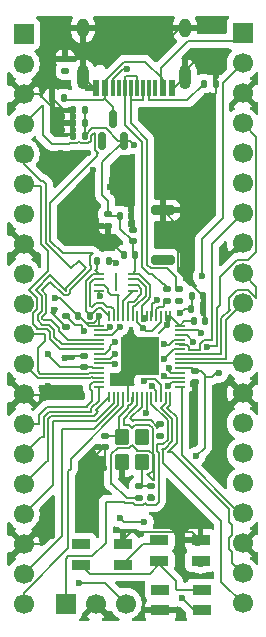
<source format=gbr>
%TF.GenerationSoftware,KiCad,Pcbnew,9.0.6*%
%TF.CreationDate,2025-12-07T15:32:32-06:00*%
%TF.ProjectId,Devboard,44657662-6f61-4726-942e-6b696361645f,rev?*%
%TF.SameCoordinates,Original*%
%TF.FileFunction,Copper,L1,Top*%
%TF.FilePolarity,Positive*%
%FSLAX46Y46*%
G04 Gerber Fmt 4.6, Leading zero omitted, Abs format (unit mm)*
G04 Created by KiCad (PCBNEW 9.0.6) date 2025-12-07 15:32:32*
%MOMM*%
%LPD*%
G01*
G04 APERTURE LIST*
G04 Aperture macros list*
%AMRoundRect*
0 Rectangle with rounded corners*
0 $1 Rounding radius*
0 $2 $3 $4 $5 $6 $7 $8 $9 X,Y pos of 4 corners*
0 Add a 4 corners polygon primitive as box body*
4,1,4,$2,$3,$4,$5,$6,$7,$8,$9,$2,$3,0*
0 Add four circle primitives for the rounded corners*
1,1,$1+$1,$2,$3*
1,1,$1+$1,$4,$5*
1,1,$1+$1,$6,$7*
1,1,$1+$1,$8,$9*
0 Add four rect primitives between the rounded corners*
20,1,$1+$1,$2,$3,$4,$5,0*
20,1,$1+$1,$4,$5,$6,$7,0*
20,1,$1+$1,$6,$7,$8,$9,0*
20,1,$1+$1,$8,$9,$2,$3,0*%
G04 Aperture macros list end*
%TA.AperFunction,SMDPad,CuDef*%
%ADD10RoundRect,0.140000X-0.140000X-0.170000X0.140000X-0.170000X0.140000X0.170000X-0.140000X0.170000X0*%
%TD*%
%TA.AperFunction,SMDPad,CuDef*%
%ADD11RoundRect,0.140000X-0.170000X0.140000X-0.170000X-0.140000X0.170000X-0.140000X0.170000X0.140000X0*%
%TD*%
%TA.AperFunction,HeatsinkPad*%
%ADD12R,0.200000X1.600000*%
%TD*%
%TA.AperFunction,SMDPad,CuDef*%
%ADD13RoundRect,0.062500X-0.387500X-0.062500X0.387500X-0.062500X0.387500X0.062500X-0.387500X0.062500X0*%
%TD*%
%TA.AperFunction,SMDPad,CuDef*%
%ADD14RoundRect,0.150000X0.150000X-0.587500X0.150000X0.587500X-0.150000X0.587500X-0.150000X-0.587500X0*%
%TD*%
%TA.AperFunction,SMDPad,CuDef*%
%ADD15RoundRect,0.140000X0.140000X0.170000X-0.140000X0.170000X-0.140000X-0.170000X0.140000X-0.170000X0*%
%TD*%
%TA.AperFunction,SMDPad,CuDef*%
%ADD16RoundRect,0.140000X0.170000X-0.140000X0.170000X0.140000X-0.170000X0.140000X-0.170000X-0.140000X0*%
%TD*%
%TA.AperFunction,SMDPad,CuDef*%
%ADD17R,0.600000X1.450000*%
%TD*%
%TA.AperFunction,SMDPad,CuDef*%
%ADD18R,0.300000X1.450000*%
%TD*%
%TA.AperFunction,HeatsinkPad*%
%ADD19O,1.000000X2.100000*%
%TD*%
%TA.AperFunction,HeatsinkPad*%
%ADD20O,1.000000X1.600000*%
%TD*%
%TA.AperFunction,ComponentPad*%
%ADD21R,1.700000X1.700000*%
%TD*%
%TA.AperFunction,ComponentPad*%
%ADD22C,1.700000*%
%TD*%
%TA.AperFunction,SMDPad,CuDef*%
%ADD23RoundRect,0.135000X-0.185000X0.135000X-0.185000X-0.135000X0.185000X-0.135000X0.185000X0.135000X0*%
%TD*%
%TA.AperFunction,SMDPad,CuDef*%
%ADD24RoundRect,0.135000X0.135000X0.185000X-0.135000X0.185000X-0.135000X-0.185000X0.135000X-0.185000X0*%
%TD*%
%TA.AperFunction,SMDPad,CuDef*%
%ADD25R,1.600000X0.850000*%
%TD*%
%TA.AperFunction,SMDPad,CuDef*%
%ADD26RoundRect,0.250000X0.350000X-0.450000X0.350000X0.450000X-0.350000X0.450000X-0.350000X-0.450000X0*%
%TD*%
%TA.AperFunction,SMDPad,CuDef*%
%ADD27RoundRect,0.135000X0.185000X-0.135000X0.185000X0.135000X-0.185000X0.135000X-0.185000X-0.135000X0*%
%TD*%
%TA.AperFunction,SMDPad,CuDef*%
%ADD28RoundRect,0.200000X-0.800000X0.200000X-0.800000X-0.200000X0.800000X-0.200000X0.800000X0.200000X0*%
%TD*%
%TA.AperFunction,SMDPad,CuDef*%
%ADD29RoundRect,0.050000X-0.387500X-0.050000X0.387500X-0.050000X0.387500X0.050000X-0.387500X0.050000X0*%
%TD*%
%TA.AperFunction,SMDPad,CuDef*%
%ADD30RoundRect,0.050000X-0.050000X-0.387500X0.050000X-0.387500X0.050000X0.387500X-0.050000X0.387500X0*%
%TD*%
%TA.AperFunction,HeatsinkPad*%
%ADD31R,3.200000X3.200000*%
%TD*%
%TA.AperFunction,SMDPad,CuDef*%
%ADD32RoundRect,0.135000X-0.135000X-0.185000X0.135000X-0.185000X0.135000X0.185000X-0.135000X0.185000X0*%
%TD*%
%TA.AperFunction,ViaPad*%
%ADD33C,0.600000*%
%TD*%
%TA.AperFunction,Conductor*%
%ADD34C,0.200000*%
%TD*%
%TA.AperFunction,Conductor*%
%ADD35C,0.180000*%
%TD*%
G04 APERTURE END LIST*
D10*
%TO.P,C11,1*%
%TO.N,+1V1*%
X215870000Y-84200000D03*
%TO.P,C11,2*%
%TO.N,GND*%
X216830000Y-84200000D03*
%TD*%
%TO.P,C12,1*%
%TO.N,+1V1*%
X215820000Y-85300000D03*
%TO.P,C12,2*%
%TO.N,GND*%
X216780000Y-85300000D03*
%TD*%
D11*
%TO.P,C2,2*%
%TO.N,GND*%
X216150000Y-91480000D03*
%TO.P,C2,1*%
%TO.N,+3V3*%
X216150000Y-90520000D03*
%TD*%
D12*
%TO.P,U3,9*%
%TO.N,N/C*%
X209425000Y-83050000D03*
D13*
%TO.P,U3,8,VCC*%
%TO.N,+3V3*%
X210850000Y-82300000D03*
%TO.P,U3,7,~{HOLD}/~{RESET}/IO_{3}*%
%TO.N,QPSI_SD3*%
X210850000Y-82800000D03*
%TO.P,U3,6,CLK*%
%TO.N,QPSI_SCLK*%
X210850000Y-83300000D03*
%TO.P,U3,5,DI/IO_{0}*%
%TO.N,QPSI_SD0*%
X210850000Y-83800000D03*
%TO.P,U3,4,GND*%
%TO.N,GND*%
X208000000Y-83800000D03*
%TO.P,U3,3,~{WP}/IO_{2}*%
%TO.N,QPSI_SD2*%
X208000000Y-83300000D03*
%TO.P,U3,2,DO/IO_{1}*%
%TO.N,QPSI_SD1*%
X208000000Y-82800000D03*
%TO.P,U3,1,~{CS}*%
%TO.N,QPSI_SS*%
X208000000Y-82300000D03*
%TD*%
D14*
%TO.P,U2,1,GND*%
%TO.N,GND*%
X208250000Y-71050000D03*
%TO.P,U2,2,VO*%
%TO.N,+3V3*%
X210150000Y-71050000D03*
%TO.P,U2,3,VI*%
%TO.N,VBUS*%
X209200000Y-69175000D03*
%TD*%
D11*
%TO.P,C17,1*%
%TO.N,+3V3*%
X208769000Y-77292000D03*
%TO.P,C17,2*%
%TO.N,GND*%
X208769000Y-78252000D03*
%TD*%
D15*
%TO.P,C8,1*%
%TO.N,+3V3*%
X211080000Y-80700000D03*
%TO.P,C8,2*%
%TO.N,GND*%
X210120000Y-80700000D03*
%TD*%
D16*
%TO.P,C16,1*%
%TO.N,GND*%
X212450000Y-101280000D03*
%TO.P,C16,2*%
%TO.N,Net-(C16-Pad2)*%
X212450000Y-100320000D03*
%TD*%
D10*
%TO.P,C3,1*%
%TO.N,+3V3*%
X216020000Y-86350000D03*
%TO.P,C3,2*%
%TO.N,GND*%
X216980000Y-86350000D03*
%TD*%
D17*
%TO.P,J1,A1,GND*%
%TO.N,GND*%
X214213000Y-66614000D03*
%TO.P,J1,A4,VBUS*%
%TO.N,VBUS*%
X213413000Y-66614000D03*
D18*
%TO.P,J1,A5,CC1*%
%TO.N,Net-(J1-CC1)*%
X212213000Y-66614000D03*
%TO.P,J1,A6,D+*%
%TO.N,USB_D-*%
X211213000Y-66614000D03*
%TO.P,J1,A7,D-*%
%TO.N,USB_D+*%
X210713000Y-66614000D03*
%TO.P,J1,A8*%
%TO.N,N/C*%
X209713000Y-66614000D03*
D17*
%TO.P,J1,A9,VBUS*%
%TO.N,VBUS*%
X208513000Y-66614000D03*
%TO.P,J1,A12,GND*%
%TO.N,GND*%
X207713000Y-66614000D03*
%TO.P,J1,B1,GND*%
X207713000Y-66614000D03*
%TO.P,J1,B4,VBUS*%
%TO.N,VBUS*%
X208513000Y-66614000D03*
D18*
%TO.P,J1,B5,CC2*%
%TO.N,Net-(J1-CC2)*%
X209213000Y-66614000D03*
%TO.P,J1,B6,D+*%
%TO.N,USB_D-*%
X210213000Y-66614000D03*
%TO.P,J1,B7,D-*%
%TO.N,USB_D+*%
X211713000Y-66614000D03*
%TO.P,J1,B8*%
%TO.N,N/C*%
X212713000Y-66614000D03*
D17*
%TO.P,J1,B9,VBUS*%
%TO.N,VBUS*%
X213413000Y-66614000D03*
%TO.P,J1,B12,GND*%
%TO.N,GND*%
X214213000Y-66614000D03*
D19*
%TO.P,J1,S1,SHIELD*%
X215283000Y-65699000D03*
D20*
X215283000Y-61519000D03*
D19*
X206643000Y-65699000D03*
D20*
X206643000Y-61519000D03*
%TD*%
D11*
%TO.P,C9,1*%
%TO.N,+3V3*%
X213200000Y-95070000D03*
%TO.P,C9,2*%
%TO.N,GND*%
X213200000Y-96030000D03*
%TD*%
D21*
%TO.P,J3,1,Pin_1*%
%TO.N,VBUS*%
X220164000Y-61958000D03*
D22*
%TO.P,J3,2,Pin_2*%
%TO.N,GPIO29_ADC3*%
X220164000Y-64498000D03*
%TO.P,J3,3,Pin_3*%
%TO.N,GND*%
X220164000Y-67038000D03*
%TO.P,J3,4,Pin_4*%
%TO.N,GPIO28_ADC2*%
X220164000Y-69578000D03*
%TO.P,J3,5,Pin_5*%
%TO.N,+3V3*%
X220164000Y-72118000D03*
%TO.P,J3,6,Pin_6*%
%TO.N,GPIO27_ADC1*%
X220164000Y-74658000D03*
%TO.P,J3,7,Pin_7*%
%TO.N,GPIO26_ADC0*%
X220164000Y-77198000D03*
%TO.P,J3,8,Pin_8*%
%TO.N,GND*%
X220164000Y-79738000D03*
%TO.P,J3,9,Pin_9*%
%TO.N,GPIO24*%
X220164000Y-82278000D03*
%TO.P,J3,10,Pin_10*%
%TO.N,GPIO23*%
X220164000Y-84818000D03*
%TO.P,J3,11,Pin_11*%
%TO.N,RUN*%
X220164000Y-87358000D03*
%TO.P,J3,12,Pin_12*%
%TO.N,GPIO22*%
X220164000Y-89898000D03*
%TO.P,J3,13,Pin_13*%
%TO.N,GND*%
X220164000Y-92438000D03*
%TO.P,J3,14,Pin_14*%
%TO.N,GPIO21*%
X220164000Y-94978000D03*
%TO.P,J3,15,Pin_15*%
%TO.N,GPIO20*%
X220164000Y-97518000D03*
%TO.P,J3,16,Pin_16*%
%TO.N,GPIO19*%
X220164000Y-100058000D03*
%TO.P,J3,17,Pin_17*%
%TO.N,GPIO18*%
X220164000Y-102598000D03*
%TO.P,J3,18,Pin_18*%
%TO.N,GND*%
X220164000Y-105138000D03*
%TO.P,J3,19,Pin_19*%
%TO.N,GPIO17*%
X220164000Y-107678000D03*
%TO.P,J3,20,Pin_20*%
%TO.N,GPIO16*%
X220164000Y-110218000D03*
%TD*%
D15*
%TO.P,C4,1*%
%TO.N,+3V3*%
X206779000Y-70688000D03*
%TO.P,C4,2*%
%TO.N,GND*%
X205819000Y-70688000D03*
%TD*%
D11*
%TO.P,C10,1*%
%TO.N,+1V1*%
X205200000Y-85870000D03*
%TO.P,C10,2*%
%TO.N,GND*%
X205200000Y-86830000D03*
%TD*%
D16*
%TO.P,C1,1*%
%TO.N,+3V3*%
X210850000Y-79580000D03*
%TO.P,C1,2*%
%TO.N,GND*%
X210850000Y-78620000D03*
%TD*%
D23*
%TO.P,R2,1*%
%TO.N,Net-(C16-Pad2)*%
X211400000Y-100300000D03*
%TO.P,R2,2*%
%TO.N,XOUT*%
X211400000Y-101320000D03*
%TD*%
D24*
%TO.P,R7,1*%
%TO.N,Net-(R7-Pad1)*%
X208820000Y-81200000D03*
%TO.P,R7,2*%
%TO.N,QPSI_SS*%
X207800000Y-81200000D03*
%TD*%
D16*
%TO.P,C15,1*%
%TO.N,GND*%
X208500000Y-96980000D03*
%TO.P,C15,2*%
%TO.N,XIN*%
X208500000Y-96020000D03*
%TD*%
D21*
%TO.P,J2,1,Pin_1*%
%TO.N,GPIO0*%
X201641000Y-62011000D03*
D22*
%TO.P,J2,2,Pin_2*%
%TO.N,GPIO1*%
X201641000Y-64551000D03*
%TO.P,J2,3,Pin_3*%
%TO.N,GND*%
X201641000Y-67091000D03*
%TO.P,J2,4,Pin_4*%
%TO.N,GPIO2*%
X201641000Y-69631000D03*
%TO.P,J2,5,Pin_5*%
%TO.N,GPIO3*%
X201641000Y-72171000D03*
%TO.P,J2,6,Pin_6*%
%TO.N,GPIO4*%
X201641000Y-74711000D03*
%TO.P,J2,7,Pin_7*%
%TO.N,GPIO5*%
X201641000Y-77251000D03*
%TO.P,J2,8,Pin_8*%
%TO.N,GND*%
X201641000Y-79791000D03*
%TO.P,J2,9,Pin_9*%
%TO.N,GPIO6*%
X201641000Y-82331000D03*
%TO.P,J2,10,Pin_10*%
%TO.N,GPIO7*%
X201641000Y-84871000D03*
%TO.P,J2,11,Pin_11*%
%TO.N,GPIO8*%
X201641000Y-87411000D03*
%TO.P,J2,12,Pin_12*%
%TO.N,GPIO9*%
X201641000Y-89951000D03*
%TO.P,J2,13,Pin_13*%
%TO.N,GND*%
X201641000Y-92491000D03*
%TO.P,J2,14,Pin_14*%
%TO.N,GPIO10*%
X201641000Y-95031000D03*
%TO.P,J2,15,Pin_15*%
%TO.N,GPIO11*%
X201641000Y-97571000D03*
%TO.P,J2,16,Pin_16*%
%TO.N,GPIO12*%
X201641000Y-100111000D03*
%TO.P,J2,17,Pin_17*%
%TO.N,GPIO13*%
X201641000Y-102651000D03*
%TO.P,J2,18,Pin_18*%
%TO.N,GND*%
X201641000Y-105191000D03*
%TO.P,J2,19,Pin_19*%
%TO.N,GPIO14*%
X201641000Y-107731000D03*
%TO.P,J2,20,Pin_20*%
%TO.N,GPIO15*%
X201641000Y-110271000D03*
%TD*%
D15*
%TO.P,C14,1*%
%TO.N,VBUS*%
X205021000Y-67468000D03*
%TO.P,C14,2*%
%TO.N,GND*%
X204061000Y-67468000D03*
%TD*%
D25*
%TO.P,D1,1,DOUT*%
%TO.N,Net-(D1-DOUT)*%
X210000000Y-106975000D03*
%TO.P,D1,2,VSS*%
%TO.N,GND*%
X210000000Y-105225000D03*
%TO.P,D1,3,DIN*%
%TO.N,GPIO25*%
X206500000Y-105225000D03*
%TO.P,D1,4,VDD*%
%TO.N,+5V*%
X206500000Y-106975000D03*
%TD*%
D23*
%TO.P,R5,1*%
%TO.N,USB_D-*%
X213750000Y-83640000D03*
%TO.P,R5,2*%
%TO.N,Net-(U1-USB_DM)*%
X213750000Y-84660000D03*
%TD*%
D16*
%TO.P,C7,1*%
%TO.N,+3V3*%
X206750000Y-90230000D03*
%TO.P,C7,2*%
%TO.N,GND*%
X206750000Y-89270000D03*
%TD*%
D21*
%TO.P,J4,1,Pin_1*%
%TO.N,SWCLK*%
X205200000Y-110250000D03*
D22*
%TO.P,J4,2,Pin_2*%
%TO.N,GND*%
X207740000Y-110250000D03*
%TO.P,J4,3,Pin_3*%
%TO.N,SWD*%
X210280000Y-110250000D03*
%TD*%
D26*
%TO.P,Y1,1,1*%
%TO.N,Net-(C16-Pad2)*%
X211650000Y-98300000D03*
%TO.P,Y1,2,2*%
%TO.N,GND*%
X211650000Y-96100000D03*
%TO.P,Y1,3,3*%
%TO.N,XIN*%
X209950000Y-96100000D03*
%TO.P,Y1,4,4*%
%TO.N,GND*%
X209950000Y-98300000D03*
%TD*%
D25*
%TO.P,D2,1,DOUT*%
%TO.N,Net-(D2-DOUT)*%
X216600000Y-106625000D03*
%TO.P,D2,2,VSS*%
%TO.N,GND*%
X216600000Y-104875000D03*
%TO.P,D2,3,DIN*%
%TO.N,Net-(D1-DOUT)*%
X213100000Y-104875000D03*
%TO.P,D2,4,VDD*%
%TO.N,+5V*%
X213100000Y-106625000D03*
%TD*%
D15*
%TO.P,C6,1*%
%TO.N,+3V3*%
X206779000Y-68454000D03*
%TO.P,C6,2*%
%TO.N,GND*%
X205819000Y-68454000D03*
%TD*%
D27*
%TO.P,R3,1*%
%TO.N,Net-(J1-CC2)*%
X205153000Y-65121000D03*
%TO.P,R3,2*%
%TO.N,GND*%
X205153000Y-64101000D03*
%TD*%
D23*
%TO.P,R4,1*%
%TO.N,USB_D+*%
X214800000Y-83640000D03*
%TO.P,R4,2*%
%TO.N,Net-(U1-USB_DP)*%
X214800000Y-84660000D03*
%TD*%
D10*
%TO.P,C13,1*%
%TO.N,+3V3*%
X209770000Y-77400000D03*
%TO.P,C13,2*%
%TO.N,GND*%
X210730000Y-77400000D03*
%TD*%
D28*
%TO.P,SW1,1,1*%
%TO.N,GND*%
X213400000Y-76950000D03*
%TO.P,SW1,2,2*%
%TO.N,Net-(R7-Pad1)*%
X213400000Y-81150000D03*
%TD*%
D25*
%TO.P,D3,1,DOUT*%
%TO.N,unconnected-(D3-DOUT-Pad1)*%
X213200000Y-109075000D03*
%TO.P,D3,2,VSS*%
%TO.N,GND*%
X213200000Y-110825000D03*
%TO.P,D3,3,DIN*%
%TO.N,Net-(D2-DOUT)*%
X216700000Y-110825000D03*
%TO.P,D3,4,VDD*%
%TO.N,+5V*%
X216700000Y-109075000D03*
%TD*%
D15*
%TO.P,C5,1*%
%TO.N,+3V3*%
X206788000Y-69582000D03*
%TO.P,C5,2*%
%TO.N,GND*%
X205828000Y-69582000D03*
%TD*%
D29*
%TO.P,U1,1,IOVDD*%
%TO.N,+3V3*%
X208010000Y-86706000D03*
%TO.P,U1,2,GPIO0*%
%TO.N,GPIO0*%
X208010000Y-87106000D03*
%TO.P,U1,3,GPIO1*%
%TO.N,GPIO1*%
X208010000Y-87506000D03*
%TO.P,U1,4,GPIO2*%
%TO.N,GPIO2*%
X208010000Y-87906000D03*
%TO.P,U1,5,GPIO3*%
%TO.N,GPIO3*%
X208010000Y-88306000D03*
%TO.P,U1,6,GPIO4*%
%TO.N,GPIO4*%
X208010000Y-88706000D03*
%TO.P,U1,7,GPIO5*%
%TO.N,GPIO5*%
X208010000Y-89106000D03*
%TO.P,U1,8,GPIO6*%
%TO.N,GPIO6*%
X208010000Y-89506000D03*
%TO.P,U1,9,GPIO7*%
%TO.N,GPIO7*%
X208010000Y-89906000D03*
%TO.P,U1,10,IOVDD*%
%TO.N,+3V3*%
X208010000Y-90306000D03*
%TO.P,U1,11,GPIO8*%
%TO.N,GPIO8*%
X208010000Y-90706000D03*
%TO.P,U1,12,GPIO9*%
%TO.N,GPIO9*%
X208010000Y-91106000D03*
%TO.P,U1,13,GPIO10*%
%TO.N,GPIO10*%
X208010000Y-91506000D03*
%TO.P,U1,14,GPIO11*%
%TO.N,GPIO11*%
X208010000Y-91906000D03*
D30*
%TO.P,U1,15,GPIO12*%
%TO.N,GPIO12*%
X208847500Y-92743500D03*
%TO.P,U1,16,GPIO13*%
%TO.N,GPIO13*%
X209247500Y-92743500D03*
%TO.P,U1,17,GPIO14*%
%TO.N,GPIO14*%
X209647500Y-92743500D03*
%TO.P,U1,18,GPIO15*%
%TO.N,GPIO15*%
X210047500Y-92743500D03*
%TO.P,U1,19,TESTEN*%
%TO.N,GND*%
X210447500Y-92743500D03*
%TO.P,U1,20,XIN*%
%TO.N,XIN*%
X210847500Y-92743500D03*
%TO.P,U1,21,XOUT*%
%TO.N,XOUT*%
X211247500Y-92743500D03*
%TO.P,U1,22,IOVDD*%
%TO.N,+3V3*%
X211647500Y-92743500D03*
%TO.P,U1,23,DVDD*%
%TO.N,+1V1*%
X212047500Y-92743500D03*
%TO.P,U1,24,SWCLK*%
%TO.N,SWCLK*%
X212447500Y-92743500D03*
%TO.P,U1,25,SWD*%
%TO.N,SWD*%
X212847500Y-92743500D03*
%TO.P,U1,26,RUN*%
%TO.N,RUN*%
X213247500Y-92743500D03*
%TO.P,U1,27,GPIO16*%
%TO.N,GPIO16*%
X213647500Y-92743500D03*
%TO.P,U1,28,GPIO17*%
%TO.N,GPIO17*%
X214047500Y-92743500D03*
D29*
%TO.P,U1,29,GPIO18*%
%TO.N,GPIO18*%
X214885000Y-91906000D03*
%TO.P,U1,30,GPIO19*%
%TO.N,GPIO19*%
X214885000Y-91506000D03*
%TO.P,U1,31,GPIO20*%
%TO.N,GPIO20*%
X214885000Y-91106000D03*
%TO.P,U1,32,GPIO21*%
%TO.N,GPIO21*%
X214885000Y-90706000D03*
%TO.P,U1,33,IOVDD*%
%TO.N,+3V3*%
X214885000Y-90306000D03*
%TO.P,U1,34,GPIO22*%
%TO.N,GPIO22*%
X214885000Y-89906000D03*
%TO.P,U1,35,GPIO23*%
%TO.N,GPIO23*%
X214885000Y-89506000D03*
%TO.P,U1,36,GPIO24*%
%TO.N,GPIO24*%
X214885000Y-89106000D03*
%TO.P,U1,37,GPIO25*%
%TO.N,GPIO25*%
X214885000Y-88706000D03*
%TO.P,U1,38,GPIO26_ADC0*%
%TO.N,GPIO26_ADC0*%
X214885000Y-88306000D03*
%TO.P,U1,39,GPIO27_ADC1*%
%TO.N,GPIO27_ADC1*%
X214885000Y-87906000D03*
%TO.P,U1,40,GPIO28_ADC2*%
%TO.N,GPIO28_ADC2*%
X214885000Y-87506000D03*
%TO.P,U1,41,GPIO29_ADC3*%
%TO.N,GPIO29_ADC3*%
X214885000Y-87106000D03*
%TO.P,U1,42,IOVDD*%
%TO.N,+3V3*%
X214885000Y-86706000D03*
D30*
%TO.P,U1,43,ADC_AVDD*%
X214047500Y-85868500D03*
%TO.P,U1,44,VREG_IN*%
X213647500Y-85868500D03*
%TO.P,U1,45,VREG_VOUT*%
%TO.N,+1V1*%
X213247500Y-85868500D03*
%TO.P,U1,46,USB_DM*%
%TO.N,Net-(U1-USB_DM)*%
X212847500Y-85868500D03*
%TO.P,U1,47,USB_DP*%
%TO.N,Net-(U1-USB_DP)*%
X212447500Y-85868500D03*
%TO.P,U1,48,USB_VDD*%
%TO.N,+3V3*%
X212047500Y-85868500D03*
%TO.P,U1,49,IOVDD*%
X211647500Y-85868500D03*
%TO.P,U1,50,DVDD*%
%TO.N,+1V1*%
X211247500Y-85868500D03*
%TO.P,U1,51,QSPI_SD3*%
%TO.N,QPSI_SD3*%
X210847500Y-85868500D03*
%TO.P,U1,52,QSPI_SCLK*%
%TO.N,QPSI_SCLK*%
X210447500Y-85868500D03*
%TO.P,U1,53,QSPI_SD0*%
%TO.N,QPSI_SD0*%
X210047500Y-85868500D03*
%TO.P,U1,54,QSPI_SD2*%
%TO.N,QPSI_SD2*%
X209647500Y-85868500D03*
%TO.P,U1,55,QSPI_SD1*%
%TO.N,QPSI_SD1*%
X209247500Y-85868500D03*
%TO.P,U1,56,QSPI_SS*%
%TO.N,QPSI_SS*%
X208847500Y-85868500D03*
D31*
%TO.P,U1,57,GND*%
%TO.N,GND*%
X211447500Y-89306000D03*
%TD*%
D32*
%TO.P,R1,1*%
%TO.N,Net-(J1-CC1)*%
X216883000Y-66229000D03*
%TO.P,R1,2*%
%TO.N,GND*%
X217903000Y-66229000D03*
%TD*%
%TO.P,R6,1*%
%TO.N,+3V3*%
X206217000Y-85865000D03*
%TO.P,R6,2*%
%TO.N,QPSI_SS*%
X207237000Y-85865000D03*
%TD*%
D33*
%TO.N,GND*%
X208900000Y-74975000D03*
X207525000Y-73500000D03*
X215075000Y-111300000D03*
X204018806Y-104518806D03*
X208950000Y-111150000D03*
%TO.N,+3V3*%
X216020000Y-86350000D03*
X218150000Y-90750000D03*
%TO.N,GND*%
X203700000Y-91800000D03*
X205800000Y-92550000D03*
%TO.N,SWD*%
X206300000Y-108500000D03*
%TO.N,GND*%
X204200000Y-85350000D03*
%TO.N,+3V3*%
X204250000Y-84350000D03*
X203650000Y-89150000D03*
%TO.N,GND*%
X208114881Y-84207999D03*
X205108991Y-89441009D03*
X216350000Y-105100000D03*
X211951000Y-96317584D03*
X213211000Y-96084510D03*
X215990806Y-91639194D03*
X215400000Y-81300000D03*
X204750000Y-72100000D03*
X207116891Y-72057174D03*
X204300000Y-68600000D03*
X208350000Y-71200000D03*
X210050000Y-73050000D03*
%TO.N,+1V1*%
X211947970Y-94099457D03*
%TO.N,GND*%
X209950000Y-105300000D03*
X212450000Y-101261000D03*
X209950000Y-98300000D03*
X208450000Y-98800000D03*
X210250000Y-91350000D03*
%TO.N,GPIO29_ADC3*%
X216750000Y-82550000D03*
X216650000Y-87350000D03*
%TO.N,GPIO28_ADC2*%
X216000249Y-88065731D03*
%TO.N,+3V3*%
X216250000Y-97750000D03*
X213200000Y-95070000D03*
%TO.N,GPIO25*%
X209750000Y-103000000D03*
X206500000Y-105225000D03*
X211850000Y-103373265D03*
X213547502Y-89570252D03*
%TO.N,GPIO27_ADC1*%
X213547502Y-88243065D03*
%TO.N,GPIO28_ADC2*%
X217150000Y-88500000D03*
%TO.N,RUN*%
X211776002Y-91405999D03*
%TO.N,GPIO19*%
X213831570Y-91822202D03*
%TO.N,GPIO21*%
X213947500Y-90263073D03*
%TO.N,GPIO20*%
X213545139Y-90954526D03*
%TO.N,GPIO7*%
X209347501Y-89955656D03*
%TO.N,GPIO6*%
X209347501Y-89124018D03*
%TO.N,GPIO5*%
X209327220Y-88127220D03*
%TO.N,GPIO1*%
X209752480Y-86803507D03*
%TO.N,GPIO0*%
X208952478Y-86803489D03*
%TO.N,+3V3*%
X211000000Y-71400000D03*
%TO.N,+1V1*%
X206700000Y-87150000D03*
X211716771Y-86944496D03*
X214900000Y-85650000D03*
%TO.N,SWD*%
X212468825Y-91806000D03*
%TO.N,+3V3*%
X208040500Y-85895888D03*
%TO.N,Net-(D2-DOUT)*%
X216600000Y-106925000D03*
X215000000Y-109750000D03*
%TO.N,Net-(U1-USB_DP)*%
X212927324Y-84518073D03*
%TO.N,+3V3*%
X211847500Y-86155246D03*
X213771356Y-86661065D03*
%TO.N,Net-(J1-CC2)*%
X205153000Y-65121000D03*
X210346386Y-64988000D03*
%TO.N,Net-(U1-USB_DP)*%
X214800000Y-84660000D03*
%TO.N,Net-(R7-Pad1)*%
X209450000Y-81400000D03*
X213400000Y-81150000D03*
%TD*%
D34*
%TO.N,USB_D+*%
X214500000Y-82625000D02*
X214500000Y-83640000D01*
X213726000Y-81851000D02*
X214500000Y-82625000D01*
X212386936Y-81851000D02*
X213726000Y-81851000D01*
X212099000Y-70983164D02*
X212099000Y-81563064D01*
X210688000Y-67726501D02*
X210688000Y-69572164D01*
X210713000Y-67701501D02*
X210688000Y-67726501D01*
X210688000Y-69572164D02*
X212099000Y-70983164D01*
X212099000Y-81563064D02*
X212386936Y-81851000D01*
X210713000Y-66614000D02*
X210713000Y-67701501D01*
D35*
%TO.N,GND*%
X220037000Y-92438000D02*
X219175000Y-93300000D01*
X220164000Y-92438000D02*
X220037000Y-92438000D01*
X217903000Y-65353000D02*
X216612500Y-64062500D01*
X216612500Y-64062500D02*
X216612500Y-63837500D01*
X217903000Y-66229000D02*
X217903000Y-65353000D01*
X215283000Y-65167000D02*
X216612500Y-63837500D01*
X217903000Y-67047000D02*
X216750000Y-68200000D01*
X217903000Y-66229000D02*
X217903000Y-67047000D01*
X215884000Y-104159000D02*
X216600000Y-104875000D01*
X210716000Y-104159000D02*
X215884000Y-104159000D01*
X209950000Y-104925000D02*
X210716000Y-104159000D01*
X209950000Y-105300000D02*
X209950000Y-104925000D01*
X201609000Y-105191000D02*
X200825000Y-105975000D01*
X201641000Y-105191000D02*
X201609000Y-105191000D01*
X201591000Y-105191000D02*
X200575000Y-104175000D01*
X201641000Y-105191000D02*
X201591000Y-105191000D01*
X208395000Y-96980000D02*
X207375000Y-98000000D01*
X208500000Y-96980000D02*
X208395000Y-96980000D01*
X221100000Y-104202000D02*
X221100000Y-104150000D01*
X220164000Y-105138000D02*
X221100000Y-104202000D01*
X221025000Y-105999000D02*
X220164000Y-105138000D01*
X221025000Y-105999000D02*
X221025000Y-106100000D01*
X219227000Y-80675000D02*
X218650000Y-80675000D01*
X220164000Y-79738000D02*
X219227000Y-80675000D01*
X214691000Y-78241000D02*
X213400000Y-76950000D01*
X216980000Y-84386594D02*
X214691000Y-82097594D01*
X216980000Y-86350000D02*
X216980000Y-84386594D01*
X214691000Y-82097594D02*
X214691000Y-78241000D01*
X214906000Y-61519000D02*
X213575000Y-62850000D01*
X215283000Y-61519000D02*
X214906000Y-61519000D01*
X216881000Y-61519000D02*
X217000000Y-61400000D01*
X215283000Y-61519000D02*
X216881000Y-61519000D01*
X216612500Y-63837500D02*
X216625000Y-63825000D01*
X215283000Y-65699000D02*
X215283000Y-65167000D01*
X216980000Y-85500000D02*
X216780000Y-85300000D01*
X216980000Y-86350000D02*
X216980000Y-85500000D01*
X207558000Y-66614000D02*
X206643000Y-65699000D01*
X207713000Y-66614000D02*
X207558000Y-66614000D01*
X219200000Y-91474000D02*
X219200000Y-91450000D01*
X220164000Y-92438000D02*
X219200000Y-91474000D01*
X220164000Y-92411000D02*
X220950000Y-91625000D01*
%TO.N,GPIO16*%
X213647500Y-93264632D02*
X213647500Y-92743500D01*
X213266320Y-93645812D02*
X213647500Y-93264632D01*
X214202000Y-94581492D02*
X213266320Y-93645812D01*
X214202001Y-96518507D02*
X214202000Y-94581492D01*
X213341000Y-97188042D02*
X213341000Y-97141000D01*
X213579508Y-97141000D02*
X214202001Y-96518507D01*
X213452000Y-97299042D02*
X213341000Y-97188042D01*
X213452000Y-98352000D02*
X213452000Y-97299042D01*
X218375000Y-103275000D02*
X213452000Y-98352000D01*
X218375000Y-108429000D02*
X218375000Y-103275000D01*
X213341000Y-97141000D02*
X213579508Y-97141000D01*
X220164000Y-110218000D02*
X218375000Y-108429000D01*
%TO.N,GPIO17*%
X214038500Y-92752500D02*
X214047500Y-92743500D01*
X214038500Y-93273632D02*
X214038500Y-92752500D01*
X214028500Y-93283632D02*
X214038500Y-93273632D01*
X214583000Y-94423676D02*
X213805136Y-93645812D01*
X213805136Y-93645812D02*
X214028500Y-93422447D01*
X214583001Y-96676322D02*
X214583000Y-94423676D01*
X213833000Y-97426324D02*
X214583001Y-96676322D01*
X214028500Y-93422447D02*
X214028500Y-93283632D01*
X214201324Y-97426324D02*
X213833000Y-97426324D01*
X214619000Y-97844000D02*
X214201324Y-97426324D01*
X219023000Y-103070618D02*
X219023000Y-102261816D01*
X214619000Y-97857815D02*
X214619000Y-97844000D01*
X219025000Y-103072618D02*
X219023000Y-103070618D01*
X219025000Y-103348185D02*
X219025000Y-103072618D01*
X219275000Y-103598185D02*
X219025000Y-103348185D01*
X219023000Y-105610618D02*
X219023000Y-104665382D01*
X219275000Y-105862618D02*
X219023000Y-105610618D01*
X219275000Y-106789000D02*
X219275000Y-105862618D01*
X219023000Y-102261816D02*
X214619000Y-97857815D01*
X219023000Y-104665382D02*
X219275000Y-104413382D01*
X220164000Y-107678000D02*
X219275000Y-106789000D01*
X219275000Y-104413382D02*
X219275000Y-103598185D01*
%TO.N,+5V*%
X213100000Y-106625000D02*
X213100000Y-106925000D01*
%TO.N,GND*%
X204300000Y-68489185D02*
X204300000Y-68600000D01*
X202901815Y-67091000D02*
X204300000Y-68489185D01*
X201641000Y-67091000D02*
X202901815Y-67091000D01*
X201641000Y-67016000D02*
X200825000Y-66200000D01*
X201641000Y-67091000D02*
X201641000Y-67016000D01*
X208900000Y-74200000D02*
X210050000Y-73050000D01*
X208900000Y-74975000D02*
X208900000Y-74200000D01*
X206150000Y-74875000D02*
X207525000Y-73500000D01*
X206150000Y-79050000D02*
X206150000Y-74875000D01*
D34*
%TO.N,+3V3*%
X208300000Y-72900000D02*
X210150000Y-71050000D01*
X208300000Y-75675000D02*
X208300000Y-72900000D01*
X208769000Y-76144000D02*
X208300000Y-75675000D01*
X208769000Y-77292000D02*
X208769000Y-76144000D01*
D35*
%TO.N,GND*%
X214368000Y-66614000D02*
X215283000Y-65699000D01*
X214213000Y-66614000D02*
X214368000Y-66614000D01*
X214600000Y-110825000D02*
X215075000Y-111300000D01*
X213200000Y-110825000D02*
X214600000Y-110825000D01*
D34*
%TO.N,USB_D-*%
X213750000Y-83457100D02*
X213750000Y-83640000D01*
X213519297Y-83226397D02*
X213750000Y-83457100D01*
X213450000Y-83226397D02*
X213519297Y-83226397D01*
X212200548Y-82300980D02*
X212524583Y-82300980D01*
X210238000Y-69758532D02*
X211675000Y-71195532D01*
X210238000Y-67726501D02*
X210238000Y-69758532D01*
X210213000Y-67701501D02*
X210238000Y-67726501D01*
X211675000Y-71195532D02*
X211675000Y-81775432D01*
X212524583Y-82300980D02*
X213450000Y-83226397D01*
X210213000Y-66614000D02*
X210213000Y-67701501D01*
X211675000Y-81775432D02*
X212200548Y-82300980D01*
D35*
%TO.N,GND*%
X201900000Y-92550000D02*
X203250000Y-92550000D01*
X200800000Y-91450000D02*
X201900000Y-92550000D01*
X201641000Y-92291000D02*
X200800000Y-91450000D01*
X201641000Y-92491000D02*
X201641000Y-92291000D01*
X203346612Y-105191000D02*
X204018806Y-104518806D01*
X201641000Y-105191000D02*
X203346612Y-105191000D01*
X208800000Y-111300000D02*
X208950000Y-111150000D01*
X208800000Y-111550000D02*
X208800000Y-111300000D01*
X208800000Y-111310000D02*
X208800000Y-111550000D01*
X207740000Y-110250000D02*
X208800000Y-111310000D01*
D34*
%TO.N,+3V3*%
X217975000Y-90675000D02*
X218050000Y-90750000D01*
X217975000Y-90675000D02*
X218050000Y-90600000D01*
X218050000Y-90750000D02*
X218150000Y-90750000D01*
X216950000Y-91100000D02*
X217550000Y-91100000D01*
X216950000Y-91100000D02*
X216950000Y-90850000D01*
X217550000Y-91100000D02*
X217975000Y-90675000D01*
D35*
X213950000Y-86450000D02*
X213100000Y-87300000D01*
X213950000Y-86171000D02*
X213950000Y-86450000D01*
X213714500Y-85935500D02*
X213950000Y-86171000D01*
%TO.N,GND*%
X205800000Y-92550000D02*
X205050000Y-91800000D01*
X205050000Y-91800000D02*
X203700000Y-91800000D01*
%TO.N,GPIO10*%
X207618684Y-91515000D02*
X207627684Y-91506000D01*
X207479868Y-91515000D02*
X207618684Y-91515000D01*
X207281500Y-91713368D02*
X207479868Y-91515000D01*
X207281500Y-92098632D02*
X207281500Y-91713368D01*
X207431868Y-93081500D02*
X207431868Y-92249000D01*
X206958500Y-93607000D02*
X206958500Y-93554868D01*
X207627684Y-91506000D02*
X208010000Y-91506000D01*
X207431868Y-92249000D02*
X207281500Y-92098632D01*
X202957000Y-94276555D02*
X203626555Y-93607000D01*
X203626555Y-93607000D02*
X206958500Y-93607000D01*
X206958500Y-93554868D02*
X207431868Y-93081500D01*
X202957000Y-95031000D02*
X202957000Y-94276555D01*
X201641000Y-95031000D02*
X202957000Y-95031000D01*
%TO.N,GPIO11*%
X207972000Y-91944000D02*
X208010000Y-91906000D01*
X207339500Y-93988000D02*
X207339500Y-93712684D01*
X203338000Y-94434370D02*
X203784370Y-93988000D01*
X203338000Y-96112000D02*
X203338000Y-94434370D01*
X207339500Y-93712684D02*
X207972000Y-93080184D01*
X203100000Y-96112000D02*
X203338000Y-96112000D01*
X203784370Y-93988000D02*
X207339500Y-93988000D01*
X207972000Y-93080184D02*
X207972000Y-91944000D01*
X201641000Y-97571000D02*
X203100000Y-96112000D01*
%TO.N,GPIO12*%
X207911658Y-94061658D02*
X207720500Y-93870500D01*
X203719000Y-94592185D02*
X203942185Y-94369000D01*
X203719000Y-98152000D02*
X203719000Y-94592185D01*
X203942185Y-94369000D02*
X207604316Y-94369000D01*
X207604316Y-94369000D02*
X207911658Y-94061658D01*
X203600000Y-98152000D02*
X203719000Y-98152000D01*
X201641000Y-100111000D02*
X203600000Y-98152000D01*
X207720500Y-93870500D02*
X208847500Y-92743500D01*
D34*
%TO.N,SWD*%
X208530000Y-108500000D02*
X206300000Y-108500000D01*
X210280000Y-110250000D02*
X208530000Y-108500000D01*
D35*
%TO.N,XOUT*%
X209059000Y-97618982D02*
X209059000Y-100000000D01*
X210531018Y-97091000D02*
X209586982Y-97091000D01*
X210800000Y-96822018D02*
X210531018Y-97091000D01*
X211250583Y-97272601D02*
X210800000Y-96822018D01*
X211250583Y-97309000D02*
X211250583Y-97272601D01*
X212231018Y-97309000D02*
X211250583Y-97309000D01*
X212541000Y-97618982D02*
X212231018Y-97309000D01*
X212541000Y-98981018D02*
X212541000Y-97618982D01*
X212231018Y-99291000D02*
X212541000Y-98981018D01*
X212091000Y-99291000D02*
X212231018Y-99291000D01*
X212549000Y-99749000D02*
X212091000Y-99291000D01*
X212670000Y-99749000D02*
X212549000Y-99749000D01*
X212670000Y-97622958D02*
X212670000Y-99749000D01*
X212558999Y-97511957D02*
X212670000Y-97622958D01*
X212559000Y-96799018D02*
X212558999Y-97511957D01*
X209586982Y-97091000D02*
X209059000Y-97618982D01*
X212541000Y-96781018D02*
X212559000Y-96799018D01*
X212541000Y-95418982D02*
X212541000Y-96781018D01*
X212231018Y-95109000D02*
X212541000Y-95418982D01*
X210531018Y-95109000D02*
X210800000Y-95377982D01*
X211219500Y-93431447D02*
X210809500Y-93841448D01*
X210081000Y-95109000D02*
X210531018Y-95109000D01*
X211219500Y-93292632D02*
X211219500Y-93431447D01*
X211068982Y-95109000D02*
X212231018Y-95109000D01*
X210809500Y-93864724D02*
X210081000Y-94593225D01*
X210081000Y-94593225D02*
X210081000Y-95109000D01*
X211247500Y-93264632D02*
X211219500Y-93292632D01*
X210809500Y-93841448D02*
X210809500Y-93864724D01*
X210800000Y-95377982D02*
X211068982Y-95109000D01*
X211247500Y-92743500D02*
X211247500Y-93264632D01*
%TO.N,GND*%
X204200000Y-85500000D02*
X204200000Y-85350000D01*
X204035000Y-85665000D02*
X204200000Y-85500000D01*
X204035000Y-85665000D02*
X203950000Y-85580000D01*
X205200000Y-86830000D02*
X204035000Y-85665000D01*
%TO.N,GPIO2*%
X203272000Y-68000000D02*
X201641000Y-69631000D01*
X203272000Y-70077594D02*
X203272000Y-68000000D01*
X204000000Y-71300000D02*
X203250000Y-70550000D01*
X205485594Y-71300000D02*
X204000000Y-71300000D01*
X206456594Y-71289000D02*
X206299000Y-71131406D01*
X207101406Y-71289000D02*
X206456594Y-71289000D01*
X206141406Y-71289000D02*
X205496594Y-71289000D01*
X207350000Y-70669958D02*
X207350000Y-71040406D01*
X207617458Y-70402500D02*
X207350000Y-70669958D01*
X207659000Y-70402500D02*
X207617458Y-70402500D01*
X207659000Y-71824324D02*
X207659000Y-70402500D01*
X207913176Y-72078500D02*
X207659000Y-71824324D01*
X207847860Y-72078500D02*
X207913176Y-72078500D01*
X203250000Y-70099594D02*
X203272000Y-70077594D01*
X207847860Y-72328815D02*
X207847860Y-72078500D01*
X203862000Y-79488370D02*
X203862000Y-76314676D01*
X203885000Y-79511370D02*
X203862000Y-79488370D01*
X203885004Y-79511377D02*
X203885000Y-79511370D01*
X203885004Y-79530455D02*
X203885004Y-79511377D01*
X204943550Y-80589000D02*
X203885004Y-79530455D01*
X207484804Y-80589000D02*
X204943550Y-80589000D01*
X207239000Y-80834804D02*
X207484804Y-80589000D01*
X207239000Y-81565196D02*
X207239000Y-80834804D01*
X205496594Y-71289000D02*
X205485594Y-71300000D01*
X207314443Y-81640639D02*
X207239000Y-81565196D01*
X205581000Y-83689714D02*
X207314443Y-81956271D01*
X205581000Y-83925815D02*
X205581000Y-83689714D01*
X207314443Y-81956271D02*
X207314443Y-81640639D01*
X205357816Y-84149000D02*
X205581000Y-83925815D01*
X203885408Y-82992224D02*
X205042184Y-84149000D01*
X207350000Y-71040406D02*
X207101406Y-71289000D01*
X203169440Y-83708192D02*
X203885408Y-82992224D01*
X203544000Y-85659250D02*
X203544000Y-84082752D01*
X203862000Y-76314676D02*
X207847860Y-72328815D01*
X203205618Y-86110208D02*
X203205618Y-85997632D01*
X203929446Y-86268000D02*
X203363410Y-86268000D01*
X203363410Y-86268000D02*
X203205618Y-86110208D01*
X204599000Y-87152406D02*
X204599000Y-86937555D01*
X205352594Y-87906000D02*
X204599000Y-87152406D01*
X203544000Y-84082752D02*
X203169440Y-83708192D01*
X206299000Y-71131406D02*
X206141406Y-71289000D01*
X204599000Y-86937555D02*
X203929446Y-86268000D01*
X205042184Y-84149000D02*
X205357816Y-84149000D01*
X203250000Y-70550000D02*
X203250000Y-70099594D01*
X203205618Y-85997632D02*
X203544000Y-85659250D01*
X208010000Y-87906000D02*
X205352594Y-87906000D01*
%TO.N,GPIO3*%
X204218000Y-87661405D02*
X204862593Y-88305999D01*
X204218000Y-87095370D02*
X204218000Y-87661405D01*
X203771631Y-86649000D02*
X204218000Y-87095370D01*
X203205594Y-86649000D02*
X203771631Y-86649000D01*
X202824618Y-86268024D02*
X203205594Y-86649000D01*
X203163000Y-85501434D02*
X202824618Y-85839816D01*
X203163000Y-84240567D02*
X203163000Y-85501434D01*
X202630625Y-83708191D02*
X203163000Y-84240567D01*
X203885408Y-82453408D02*
X202630625Y-83708191D01*
X205200000Y-83768000D02*
X203885408Y-82453408D01*
X205200000Y-83531898D02*
X205200000Y-83768000D01*
X206933443Y-81798455D02*
X205200000Y-83531898D01*
X206334988Y-81200000D02*
X206933443Y-81798455D01*
X205675361Y-81859627D02*
X206334988Y-81200000D01*
X203504000Y-79688267D02*
X205675361Y-81859627D01*
X203504000Y-79669185D02*
X203504000Y-79688267D01*
X203481000Y-79646184D02*
X203504000Y-79669185D01*
X203481000Y-76156860D02*
X203481000Y-79646184D01*
X203481000Y-74692185D02*
X203481000Y-74881000D01*
X204862593Y-88305999D02*
X208010000Y-88306000D01*
X203550000Y-74950000D02*
X203550000Y-76087860D01*
X203257815Y-74469000D02*
X203481000Y-74692185D01*
X201641000Y-73041000D02*
X203069000Y-74469000D01*
X203481000Y-74881000D02*
X203550000Y-74950000D01*
X202824618Y-85839816D02*
X202824618Y-86268024D01*
X203550000Y-76087860D02*
X203481000Y-76156860D01*
X201641000Y-72171000D02*
X201641000Y-73041000D01*
X203069000Y-74469000D02*
X203257815Y-74469000D01*
%TO.N,GPIO4*%
X208001000Y-88697000D02*
X208010000Y-88706000D01*
X207469868Y-88687000D02*
X207479868Y-88697000D01*
X203837000Y-87819221D02*
X204704778Y-88686999D01*
X203837000Y-87253185D02*
X203837000Y-87819221D01*
X203613815Y-87030000D02*
X203837000Y-87253185D01*
X202782000Y-87030000D02*
X203613815Y-87030000D01*
X202782000Y-86938382D02*
X202782000Y-87030000D01*
X207479868Y-88697000D02*
X208001000Y-88697000D01*
X202443618Y-86600000D02*
X202782000Y-86938382D01*
X202443618Y-85682000D02*
X202443618Y-86600000D01*
X204704778Y-88686999D02*
X207469868Y-88687000D01*
X202782000Y-85343618D02*
X202443618Y-85682000D01*
X202782000Y-84398382D02*
X202782000Y-85343618D01*
X203700000Y-80423083D02*
X203700000Y-82100000D01*
X203113458Y-79836541D02*
X203700000Y-80423083D01*
X203100000Y-74850000D02*
X203100000Y-79827000D01*
X202091809Y-83708191D02*
X202782000Y-84398382D01*
X203123000Y-79827000D02*
X203113458Y-79836541D01*
X203700000Y-82100000D02*
X202091809Y-83708191D01*
X201780000Y-74850000D02*
X203100000Y-74850000D01*
X201641000Y-74711000D02*
X201780000Y-74850000D01*
X203100000Y-79827000D02*
X203123000Y-79827000D01*
%TO.N,+3V3*%
X206217000Y-85862631D02*
X204704369Y-84350000D01*
X204704369Y-84350000D02*
X204250000Y-84350000D01*
X206217000Y-85865000D02*
X206217000Y-85862631D01*
D34*
X203700000Y-89200000D02*
X203650000Y-89150000D01*
D35*
%TO.N,GND*%
X208000000Y-84093118D02*
X208114881Y-84207999D01*
X208000000Y-83800000D02*
X208000000Y-84093118D01*
%TO.N,QPSI_SD1*%
X209247500Y-85547500D02*
X209247500Y-85868500D01*
X209238500Y-85538500D02*
X209247500Y-85547500D01*
X208336816Y-84819000D02*
X208657816Y-85140000D01*
X209238500Y-85338368D02*
X209238500Y-85538500D01*
X208657816Y-85140000D02*
X209040132Y-85140000D01*
X207394420Y-85168764D02*
X207744185Y-84819000D01*
X207259000Y-85033344D02*
X207394420Y-85168764D01*
X207259000Y-83089344D02*
X207259000Y-85033344D01*
X207548345Y-82800000D02*
X207259000Y-83089344D01*
X208000000Y-82800000D02*
X207548345Y-82800000D01*
X207744185Y-84819000D02*
X208336816Y-84819000D01*
X209040132Y-85140000D02*
X209238500Y-85338368D01*
%TO.N,+3V3*%
X208040500Y-85987696D02*
X208040500Y-85895888D01*
X207552196Y-86476000D02*
X208040500Y-85987696D01*
X206310804Y-85865000D02*
X206921804Y-86476000D01*
X206217000Y-85865000D02*
X206310804Y-85865000D01*
X206921804Y-86476000D02*
X207552196Y-86476000D01*
D34*
X204730000Y-90230000D02*
X203700000Y-89200000D01*
X206750000Y-90230000D02*
X204730000Y-90230000D01*
D35*
%TO.N,GND*%
X205280000Y-89270000D02*
X205108991Y-89441009D01*
X206750000Y-89270000D02*
X205280000Y-89270000D01*
X216425000Y-105175000D02*
X216350000Y-105100000D01*
X216600000Y-105175000D02*
X216425000Y-105175000D01*
X213200000Y-96073510D02*
X213211000Y-96084510D01*
X213200000Y-96030000D02*
X213200000Y-96073510D01*
X215400000Y-82770000D02*
X216830000Y-84200000D01*
X215400000Y-81300000D02*
X215400000Y-82770000D01*
X216980000Y-84350000D02*
X216830000Y-84200000D01*
X216980000Y-86350000D02*
X216980000Y-84350000D01*
X204792826Y-72057174D02*
X204750000Y-72100000D01*
X207116891Y-72057174D02*
X204792826Y-72057174D01*
X204061000Y-68361000D02*
X204300000Y-68600000D01*
X204061000Y-67468000D02*
X204061000Y-68361000D01*
X205047000Y-68454000D02*
X204061000Y-67468000D01*
X205819000Y-68454000D02*
X205047000Y-68454000D01*
X208250000Y-71100000D02*
X208350000Y-71200000D01*
X208250000Y-71050000D02*
X208250000Y-71100000D01*
X205845094Y-70661906D02*
X205819000Y-70688000D01*
X205845094Y-68480094D02*
X205845094Y-70661906D01*
X205819000Y-68454000D02*
X205845094Y-68480094D01*
X210850000Y-73850000D02*
X210050000Y-73050000D01*
X210850000Y-78620000D02*
X210850000Y-73850000D01*
X206350000Y-79250000D02*
X206150000Y-79050000D01*
X208769000Y-79250000D02*
X206350000Y-79250000D01*
X208769000Y-79250000D02*
X208769000Y-79349000D01*
%TO.N,+1V1*%
X212047500Y-93999927D02*
X211947970Y-94099457D01*
X212047500Y-92743500D02*
X212047500Y-93999927D01*
%TO.N,+3V3*%
X211768500Y-94728000D02*
X211778500Y-94718000D01*
X210857103Y-94782063D02*
X210911167Y-94728000D01*
X210644040Y-94569000D02*
X210857103Y-94782063D01*
X210911167Y-94728000D02*
X211768500Y-94728000D01*
X211647500Y-93565539D02*
X210644040Y-94569000D01*
X211647500Y-92743500D02*
X211647500Y-93565539D01*
D34*
X212932000Y-95338000D02*
X213200000Y-95070000D01*
X212392976Y-94718000D02*
X212932001Y-95257025D01*
X211778500Y-94718000D02*
X212392976Y-94718000D01*
X212932001Y-95257025D02*
X212932000Y-95338000D01*
D35*
%TO.N,XIN*%
X210640132Y-93472000D02*
X210838500Y-93273632D01*
X210428500Y-93472000D02*
X210640132Y-93472000D01*
X210838500Y-93273632D02*
X210838500Y-92752500D01*
X210428500Y-93706909D02*
X210428500Y-93472000D01*
X209700000Y-94435410D02*
X210428500Y-93706909D01*
X209700000Y-95850000D02*
X209700000Y-94435410D01*
X210838500Y-92752500D02*
X210847500Y-92743500D01*
X209950000Y-96100000D02*
X209700000Y-95850000D01*
%TO.N,GND*%
X210000000Y-105250000D02*
X209950000Y-105300000D01*
X210000000Y-105225000D02*
X210000000Y-105250000D01*
X212450000Y-101280000D02*
X212450000Y-101261000D01*
X208500000Y-98750000D02*
X208450000Y-98800000D01*
X208500000Y-96980000D02*
X208500000Y-98750000D01*
%TO.N,GPIO8*%
X203456000Y-87411000D02*
X201641000Y-87411000D01*
X202800000Y-90571184D02*
X202800000Y-88633037D01*
X202800000Y-88633037D02*
X203456000Y-87977037D01*
X203029816Y-90801000D02*
X202800000Y-90571184D01*
X203456000Y-87977037D02*
X203456000Y-87411000D01*
X208010000Y-90706000D02*
X207197406Y-90706000D01*
X207197406Y-90706000D02*
X207102406Y-90801000D01*
X207102406Y-90801000D02*
X203029816Y-90801000D01*
%TO.N,GND*%
X210447500Y-91547500D02*
X210447500Y-92743500D01*
X210250000Y-91350000D02*
X210447500Y-91547500D01*
X208769000Y-79349000D02*
X210120000Y-80700000D01*
X208769000Y-78252000D02*
X208769000Y-79250000D01*
%TO.N,GPIO29_ADC3*%
X218464000Y-66198000D02*
X220164000Y-64498000D01*
X216750000Y-82550000D02*
X216750000Y-79350000D01*
X216750000Y-79350000D02*
X218464000Y-77636000D01*
X218464000Y-77636000D02*
X218464000Y-66198000D01*
X216406000Y-87106000D02*
X216650000Y-87350000D01*
X214885000Y-87106000D02*
X216406000Y-87106000D01*
%TO.N,GPIO28_ADC2*%
X215440518Y-87506000D02*
X216000249Y-88065731D01*
X214885000Y-87506000D02*
X215440518Y-87506000D01*
D34*
%TO.N,+3V3*%
X216620000Y-90520000D02*
X216150000Y-90520000D01*
X216250000Y-97750000D02*
X216950000Y-97050000D01*
X216950000Y-90850000D02*
X216620000Y-90520000D01*
X216950000Y-97050000D02*
X216950000Y-91100000D01*
D35*
%TO.N,GPIO25*%
X210123265Y-103373265D02*
X209750000Y-103000000D01*
X211850000Y-103373265D02*
X210123265Y-103373265D01*
D34*
%TO.N,SWCLK*%
X212447500Y-93379950D02*
X212447500Y-92743500D01*
X213811000Y-94743450D02*
X212447500Y-93379950D01*
X213417550Y-96750000D02*
X213811000Y-96356550D01*
X212950000Y-96750000D02*
X213417550Y-96750000D01*
X212950000Y-97350000D02*
X212950000Y-96750000D01*
X213061000Y-97461000D02*
X212950000Y-97350000D01*
X213061000Y-101606550D02*
X213061000Y-97461000D01*
X212806550Y-101861000D02*
X213061000Y-101606550D01*
X212093450Y-101861000D02*
X212806550Y-101861000D01*
X211946395Y-101713945D02*
X212093450Y-101861000D01*
X211769340Y-101891000D02*
X211946395Y-101713945D01*
X211030660Y-101891000D02*
X211769340Y-101891000D01*
X210850661Y-101711001D02*
X211030660Y-101891000D01*
X208600000Y-101650000D02*
X210156042Y-101650000D01*
X210156042Y-101650000D02*
X210217042Y-101711000D01*
X208600000Y-105100000D02*
X208600000Y-101650000D01*
X205200000Y-106448000D02*
X205399000Y-106249000D01*
X205200000Y-110250000D02*
X205200000Y-106448000D01*
X205399000Y-106249000D02*
X207451000Y-106249000D01*
X207451000Y-106249000D02*
X208600000Y-105100000D01*
X210217042Y-101711000D02*
X210850661Y-101711001D01*
X213811000Y-96356550D02*
X213811000Y-94743450D01*
D35*
%TO.N,GPIO25*%
X213950000Y-89100000D02*
X213547502Y-89502498D01*
X213950000Y-89100000D02*
X213800000Y-89250000D01*
X213547502Y-89502498D02*
X213547502Y-89570252D01*
%TO.N,GPIO21*%
X214131000Y-90706000D02*
X214885000Y-90706000D01*
X213947500Y-90263073D02*
X213947500Y-90522500D01*
X213947500Y-90522500D02*
X214131000Y-90706000D01*
%TO.N,GPIO25*%
X214344000Y-88706000D02*
X213950000Y-89100000D01*
X214885000Y-88706000D02*
X214344000Y-88706000D01*
%TO.N,GPIO27_ADC1*%
X213674305Y-88369868D02*
X213900000Y-88369868D01*
X213547502Y-88243065D02*
X213674305Y-88369868D01*
X213900000Y-88369868D02*
X214363868Y-87906000D01*
X214363868Y-87906000D02*
X214885000Y-87906000D01*
%TO.N,GPIO26_ADC0*%
X215950000Y-88738000D02*
X215613500Y-88738000D01*
X215613500Y-88513368D02*
X215415132Y-88315000D01*
X215613500Y-88738000D02*
X215613500Y-88513368D01*
X216905199Y-87909000D02*
X216559000Y-88255199D01*
X217431000Y-87945199D02*
X217394801Y-87909000D01*
X214894000Y-88315000D02*
X214885000Y-88306000D01*
X217394801Y-87909000D02*
X216905199Y-87909000D01*
X216559000Y-88255199D02*
X216559000Y-88738000D01*
X215415132Y-88315000D02*
X214894000Y-88315000D01*
X217551000Y-87945199D02*
X217431000Y-87945199D01*
X216559000Y-88738000D02*
X215950000Y-88738000D01*
X217551000Y-79811000D02*
X217551000Y-87945199D01*
X220164000Y-77198000D02*
X217551000Y-79811000D01*
%TO.N,GPIO28_ADC2*%
X217250000Y-88400000D02*
X217150000Y-88500000D01*
X217988000Y-88400000D02*
X217250000Y-88400000D01*
X217988000Y-85212000D02*
X217988000Y-88400000D01*
X218250000Y-84950000D02*
X217988000Y-85212000D01*
X221305000Y-80468618D02*
X220636618Y-81137000D01*
X218250000Y-82578382D02*
X218250000Y-84950000D01*
X221305000Y-70719000D02*
X221305000Y-80468618D01*
X220636618Y-81137000D02*
X219691382Y-81137000D01*
X219691382Y-81137000D02*
X218250000Y-82578382D01*
X220164000Y-69578000D02*
X221305000Y-70719000D01*
%TO.N,GPIO24*%
X221300000Y-83414000D02*
X220164000Y-82278000D01*
X221300000Y-84340382D02*
X221300000Y-83414000D01*
X219691382Y-83677000D02*
X220636618Y-83677000D01*
X219023000Y-84345382D02*
X219691382Y-83677000D01*
X219023000Y-85290618D02*
X219023000Y-84345382D01*
X218369000Y-86074184D02*
X219087783Y-85355401D01*
X215419132Y-89119000D02*
X218369000Y-89119000D01*
X218369000Y-89119000D02*
X218369000Y-86074184D01*
X219087783Y-85355401D02*
X219023000Y-85290618D01*
X215406132Y-89106000D02*
X215419132Y-89119000D01*
X220636618Y-83677000D02*
X221300000Y-84340382D01*
X214885000Y-89106000D02*
X215406132Y-89106000D01*
%TO.N,GPIO23*%
X218750000Y-86232000D02*
X220164000Y-84818000D01*
X218750000Y-89500000D02*
X218750000Y-86232000D01*
X215482000Y-89500000D02*
X215476000Y-89506000D01*
X218750000Y-89500000D02*
X215482000Y-89500000D01*
X215476000Y-89506000D02*
X214885000Y-89506000D01*
%TO.N,RUN*%
X212713626Y-91215000D02*
X211967001Y-91215000D01*
X213240570Y-91741944D02*
X212713626Y-91215000D01*
X211967001Y-91215000D02*
X211776002Y-91405999D01*
X213240570Y-92736570D02*
X213240570Y-91741944D01*
X213247500Y-92743500D02*
X213240570Y-92736570D01*
%TO.N,GPIO20*%
X214894000Y-91115000D02*
X214885000Y-91106000D01*
X213705613Y-91115000D02*
X214894000Y-91115000D01*
X213545139Y-90954526D02*
X213705613Y-91115000D01*
%TO.N,GPIO22*%
X214893000Y-89898000D02*
X214885000Y-89906000D01*
X220164000Y-89898000D02*
X214893000Y-89898000D01*
%TO.N,GPIO18*%
X215000000Y-92021000D02*
X214885000Y-91906000D01*
X215000000Y-97700000D02*
X215000000Y-92021000D01*
X219898000Y-102598000D02*
X215000000Y-97700000D01*
X220164000Y-102598000D02*
X219898000Y-102598000D01*
%TO.N,GPIO15*%
X205409000Y-99041000D02*
X205600000Y-98850000D01*
X205600000Y-97996594D02*
X210047500Y-93549094D01*
X205409000Y-105576618D02*
X205409000Y-99041000D01*
X201641000Y-109344618D02*
X205409000Y-105576618D01*
X201641000Y-110271000D02*
X201641000Y-109344618D01*
X205600000Y-98850000D02*
X205600000Y-97996594D01*
X210047500Y-93549094D02*
X210047500Y-92743500D01*
%TO.N,GPIO14*%
X209647500Y-93403447D02*
X209647500Y-92743500D01*
X207550947Y-95500000D02*
X209647500Y-93403447D01*
X204850000Y-95500000D02*
X207550947Y-95500000D01*
X204850000Y-104522000D02*
X204850000Y-95500000D01*
X201641000Y-107731000D02*
X204850000Y-104522000D01*
%TO.N,GPIO13*%
X207762132Y-94750000D02*
X209247500Y-93264632D01*
X204100000Y-100192000D02*
X204100000Y-94750000D01*
X209247500Y-93264632D02*
X209247500Y-92743500D01*
X201641000Y-102651000D02*
X204100000Y-100192000D01*
X204100000Y-94750000D02*
X207762132Y-94750000D01*
%TO.N,GPIO9*%
X207355222Y-91087000D02*
X207469868Y-91087000D01*
X207260222Y-91182000D02*
X207355222Y-91087000D01*
X207488868Y-91106000D02*
X208010000Y-91106000D01*
X202872000Y-91182000D02*
X207260222Y-91182000D01*
X201641000Y-89951000D02*
X202872000Y-91182000D01*
X207469868Y-91087000D02*
X207488868Y-91106000D01*
%TO.N,GPIO7*%
X209297845Y-89906000D02*
X208010000Y-89906000D01*
X209347501Y-89955656D02*
X209297845Y-89906000D01*
%TO.N,GPIO6*%
X208965519Y-89506000D02*
X209347501Y-89124018D01*
X208010000Y-89506000D02*
X208965519Y-89506000D01*
%TO.N,GPIO5*%
X208531132Y-89106000D02*
X208010000Y-89106000D01*
X208977220Y-88659912D02*
X208531132Y-89106000D01*
X208977220Y-88477220D02*
X208977220Y-88659912D01*
X209327220Y-88127220D02*
X208977220Y-88477220D01*
%TO.N,+1V1*%
X206528494Y-86621506D02*
X206528494Y-86978494D01*
X205951506Y-86621506D02*
X206528494Y-86621506D01*
X206528494Y-86978494D02*
X206700000Y-87150000D01*
X205200000Y-85870000D02*
X205951506Y-86621506D01*
D34*
%TO.N,GPIO1*%
X208817067Y-87506000D02*
X208010000Y-87506000D01*
X208836533Y-87486534D02*
X208817067Y-87506000D01*
X209119376Y-87486534D02*
X208836533Y-87486534D01*
X209752480Y-86853430D02*
X209119376Y-87486534D01*
X209752480Y-86803507D02*
X209752480Y-86853430D01*
%TO.N,GPIO0*%
X208649967Y-87106000D02*
X208952478Y-86803489D01*
X208010000Y-87106000D02*
X208649967Y-87106000D01*
%TO.N,+3V3*%
X210650000Y-71050000D02*
X211000000Y-71400000D01*
X210150000Y-71050000D02*
X210650000Y-71050000D01*
X208877000Y-77400000D02*
X208769000Y-77292000D01*
X209770000Y-77400000D02*
X208877000Y-77400000D01*
X209770000Y-78500000D02*
X210850000Y-79580000D01*
X209770000Y-77400000D02*
X209770000Y-78500000D01*
X207455500Y-70011500D02*
X206779000Y-70688000D01*
X208590968Y-70011500D02*
X207455500Y-70011500D01*
X209629468Y-71050000D02*
X208590968Y-70011500D01*
X210150000Y-71050000D02*
X209629468Y-71050000D01*
X211080000Y-82070000D02*
X210850000Y-82300000D01*
X211080000Y-80700000D02*
X211080000Y-82070000D01*
X210850000Y-80470000D02*
X211080000Y-80700000D01*
X210850000Y-79580000D02*
X210850000Y-80470000D01*
X208010000Y-90306000D02*
X207474726Y-90306000D01*
X206750000Y-90230000D02*
X207398726Y-90230000D01*
X207398726Y-90230000D02*
X207474726Y-90306000D01*
%TO.N,+1V1*%
X206700000Y-87190000D02*
X206700000Y-87150000D01*
X215870000Y-85250000D02*
X215820000Y-85300000D01*
X215870000Y-84200000D02*
X215870000Y-85250000D01*
X215250000Y-85300000D02*
X214900000Y-85650000D01*
X215820000Y-85300000D02*
X215250000Y-85300000D01*
%TO.N,+3V3*%
X215241000Y-86350000D02*
X214885000Y-86706000D01*
X216020000Y-86350000D02*
X215241000Y-86350000D01*
X216070000Y-90520000D02*
X215850000Y-90300000D01*
X215844000Y-90306000D02*
X214885000Y-90306000D01*
X216150000Y-90520000D02*
X216070000Y-90520000D01*
X215850000Y-90300000D02*
X215844000Y-90306000D01*
%TO.N,SWD*%
X212847500Y-92743500D02*
X212847500Y-92208226D01*
X212468825Y-91829551D02*
X212847500Y-92208226D01*
X212468825Y-91806000D02*
X212468825Y-91829551D01*
%TO.N,+3V3*%
X206779000Y-69591000D02*
X206788000Y-69582000D01*
X206779000Y-70688000D02*
X206779000Y-69591000D01*
X206779000Y-69573000D02*
X206788000Y-69582000D01*
X206779000Y-68454000D02*
X206779000Y-69573000D01*
D35*
X208040500Y-85895888D02*
X208040500Y-86675500D01*
X208040500Y-86675500D02*
X208010000Y-86706000D01*
%TO.N,QPSI_SS*%
X207902000Y-85200000D02*
X208179000Y-85200000D01*
X208179000Y-85200000D02*
X208847500Y-85868500D01*
X207237000Y-85865000D02*
X207902000Y-85200000D01*
D34*
%TO.N,+5V*%
X207226000Y-107701000D02*
X212324000Y-107701000D01*
X206500000Y-106975000D02*
X207226000Y-107701000D01*
X212324000Y-107701000D02*
X213100000Y-106925000D01*
%TO.N,Net-(D1-DOUT)*%
X211725000Y-105175000D02*
X213100000Y-105175000D01*
X210000000Y-106900000D02*
X211725000Y-105175000D01*
X210000000Y-106975000D02*
X210000000Y-106900000D01*
%TO.N,Net-(D2-DOUT)*%
X216075000Y-110825000D02*
X215000000Y-109750000D01*
X216700000Y-110825000D02*
X216075000Y-110825000D01*
%TO.N,+5V*%
X214550000Y-108375000D02*
X213100000Y-106925000D01*
X214575000Y-109075000D02*
X214550000Y-109050000D01*
X216700000Y-109075000D02*
X214575000Y-109075000D01*
X214550000Y-109050000D02*
X214550000Y-108375000D01*
%TO.N,XIN*%
X208500000Y-96020000D02*
X209870000Y-96020000D01*
X209870000Y-96020000D02*
X209950000Y-96100000D01*
D35*
%TO.N,Net-(C16-Pad2)*%
X211650000Y-100050000D02*
X211400000Y-100300000D01*
X211650000Y-98300000D02*
X211650000Y-100050000D01*
D34*
X212430000Y-100300000D02*
X212450000Y-100320000D01*
X211400000Y-100300000D02*
X212430000Y-100300000D01*
D35*
%TO.N,XOUT*%
X209059000Y-100000000D02*
X210379000Y-101320000D01*
X210379000Y-101320000D02*
X211400000Y-101320000D01*
%TO.N,+3V3*%
X212353000Y-84326287D02*
X212353000Y-84300000D01*
X212179058Y-84500230D02*
X212353000Y-84326287D01*
D34*
X212363001Y-84286999D02*
X212350000Y-84300000D01*
X212363001Y-83269572D02*
X212363001Y-84286999D01*
X211393429Y-82300000D02*
X212363001Y-83269572D01*
X210850000Y-82300000D02*
X211393429Y-82300000D01*
D35*
%TO.N,Net-(U1-USB_DP)*%
X212927324Y-84519104D02*
X212627316Y-84819112D01*
X212627316Y-84819112D02*
X212456500Y-84819112D01*
X212927324Y-84518073D02*
X212927324Y-84519104D01*
X212456500Y-84819112D02*
X212456500Y-85338368D01*
%TO.N,Net-(U1-USB_DM)*%
X212847500Y-85652500D02*
X212847500Y-85868500D01*
X212856500Y-85643500D02*
X212847500Y-85652500D01*
X212856500Y-85338368D02*
X212856500Y-85643500D01*
X213410000Y-85140000D02*
X213104868Y-85140000D01*
X213500000Y-85050000D02*
X213410000Y-85140000D01*
X213500000Y-84660000D02*
X213500000Y-85050000D01*
X213054868Y-85140000D02*
X212856500Y-85338368D01*
%TO.N,+3V3*%
X211647500Y-85031787D02*
X212179058Y-84500230D01*
X212047500Y-85868500D02*
X211647500Y-85868500D01*
D34*
X214047500Y-85868500D02*
X214885000Y-86706000D01*
X213781500Y-85868500D02*
X213714500Y-85935500D01*
X214047500Y-85868500D02*
X213781500Y-85868500D01*
D35*
X213714500Y-85935500D02*
X213647500Y-85868500D01*
X213771356Y-85992356D02*
X213714500Y-85935500D01*
X211647500Y-85955246D02*
X211847500Y-86155246D01*
X213771356Y-86661065D02*
X213771356Y-85992356D01*
X211647500Y-85868500D02*
X211647500Y-85955246D01*
%TO.N,+1V1*%
X212487132Y-87150000D02*
X213247500Y-86389632D01*
X213247500Y-86389632D02*
X213247500Y-85868500D01*
X212007868Y-87150000D02*
X212487132Y-87150000D01*
X211247500Y-86389632D02*
X212007868Y-87150000D01*
X211247500Y-85868500D02*
X211247500Y-86389632D01*
%TO.N,+3V3*%
X212020213Y-85841213D02*
X212047500Y-85868500D01*
%TO.N,Net-(U1-USB_DP)*%
X212466500Y-85328368D02*
X212466500Y-85104684D01*
X212456500Y-85338368D02*
X212466500Y-85328368D01*
X212456500Y-85859500D02*
X212456500Y-85338368D01*
X212447500Y-85868500D02*
X212456500Y-85859500D01*
%TO.N,+3V3*%
X211647500Y-85868500D02*
X211647500Y-85031787D01*
X207151804Y-86706000D02*
X206310804Y-85865000D01*
X208010000Y-86706000D02*
X207151804Y-86706000D01*
%TO.N,Net-(J1-CC1)*%
X212213000Y-67571000D02*
X212213000Y-66614000D01*
X212272000Y-67630000D02*
X212213000Y-67571000D01*
X215482000Y-67630000D02*
X212272000Y-67630000D01*
X216883000Y-66229000D02*
X215482000Y-67630000D01*
%TO.N,Net-(J1-CC2)*%
X210050816Y-64988000D02*
X210346386Y-64988000D01*
X209213000Y-65825816D02*
X210050816Y-64988000D01*
X209213000Y-66614000D02*
X209213000Y-65825816D01*
%TO.N,Net-(R7-Pad1)*%
X209250000Y-81200000D02*
X209450000Y-81400000D01*
X208820000Y-81200000D02*
X209250000Y-81200000D01*
%TO.N,QPSI_SS*%
X207800000Y-81900000D02*
X207800000Y-81200000D01*
X207700000Y-82000000D02*
X207800000Y-81900000D01*
X208000000Y-82300000D02*
X207700000Y-82000000D01*
%TO.N,XOUT*%
X209059000Y-100119000D02*
X209059000Y-100000000D01*
X211250000Y-101290000D02*
X211470000Y-101290000D01*
%TO.N,Net-(C16-Pad2)*%
X211250000Y-98700000D02*
X211650000Y-98300000D01*
%TO.N,VBUS*%
X215540844Y-62610000D02*
X219512000Y-62610000D01*
X213237000Y-64913844D02*
X215540844Y-62610000D01*
X213237000Y-66438000D02*
X213237000Y-64913844D01*
X213413000Y-66614000D02*
X213237000Y-66438000D01*
X219512000Y-62610000D02*
X220164000Y-61958000D01*
X211914000Y-64358000D02*
X213413000Y-65857000D01*
X208513000Y-65987000D02*
X210142000Y-64358000D01*
X210142000Y-64358000D02*
X211914000Y-64358000D01*
X208513000Y-66614000D02*
X208513000Y-65987000D01*
X213413000Y-65857000D02*
X213413000Y-66614000D01*
X208513000Y-67421000D02*
X208513000Y-66614000D01*
X205183000Y-67630000D02*
X208304000Y-67630000D01*
X205021000Y-67468000D02*
X205183000Y-67630000D01*
X208304000Y-67630000D02*
X208513000Y-67421000D01*
X209200000Y-68206000D02*
X209200000Y-69175000D01*
X208513000Y-67519000D02*
X209200000Y-68206000D01*
X208513000Y-66614000D02*
X208513000Y-67519000D01*
%TO.N,QPSI_SS*%
X206878000Y-82931529D02*
X206878000Y-85506000D01*
X207509529Y-82300000D02*
X206878000Y-82931529D01*
X206878000Y-85506000D02*
X207237000Y-85865000D01*
X208000000Y-82300000D02*
X207509529Y-82300000D01*
%TO.N,QPSI_SD2*%
X209647500Y-84202500D02*
X209647500Y-85868500D01*
X208741000Y-83589344D02*
X208741000Y-83848000D01*
X209034000Y-84141000D02*
X209709000Y-84141000D01*
X209709000Y-84141000D02*
X209647500Y-84202500D01*
X208451656Y-83300000D02*
X208741000Y-83589344D01*
X208000000Y-83300000D02*
X208451656Y-83300000D01*
X208741000Y-83848000D02*
X209034000Y-84141000D01*
%TO.N,QPSI_SD3*%
X211090063Y-85050408D02*
X210850000Y-85050408D01*
X210850000Y-85050408D02*
X210847500Y-85052908D01*
X211972000Y-83431529D02*
X211972000Y-84168472D01*
X210847500Y-85052908D02*
X210847500Y-85868500D01*
X211972000Y-84168472D02*
X211090063Y-85050408D01*
X211340471Y-82800000D02*
X211972000Y-83431529D01*
X210850000Y-82800000D02*
X211340471Y-82800000D01*
%TO.N,QPSI_SCLK*%
X210519408Y-84669408D02*
X210447500Y-84741316D01*
X210932248Y-84669408D02*
X210519408Y-84669408D01*
X210447500Y-84741316D02*
X210447500Y-85868500D01*
X211591000Y-84010656D02*
X210932248Y-84669408D01*
X211301656Y-83300000D02*
X211591000Y-83589344D01*
X211591000Y-83589344D02*
X211591000Y-84010656D01*
X210850000Y-83300000D02*
X211301656Y-83300000D01*
%TO.N,QPSI_SD0*%
X210047500Y-84602500D02*
X210047500Y-85868500D01*
X210850000Y-83800000D02*
X210047500Y-84602500D01*
D34*
%TO.N,USB_D+*%
X211713000Y-67591000D02*
X211713000Y-66614000D01*
X211664000Y-67640000D02*
X211713000Y-67591000D01*
X210762000Y-67640000D02*
X211664000Y-67640000D01*
X210713000Y-67591000D02*
X210762000Y-67640000D01*
X210713000Y-66614000D02*
X210713000Y-67591000D01*
%TO.N,USB_D-*%
X211213000Y-65637000D02*
X211213000Y-66614000D01*
X210262000Y-65588000D02*
X211164000Y-65588000D01*
X210213000Y-65637000D02*
X210262000Y-65588000D01*
X210213000Y-66614000D02*
X210213000Y-65637000D01*
X211164000Y-65588000D02*
X211213000Y-65637000D01*
D35*
%TO.N,GPIO19*%
X213831570Y-91822202D02*
X214147772Y-91506000D01*
X214147772Y-91506000D02*
X214885000Y-91506000D01*
%TD*%
%TA.AperFunction,Conductor*%
%TO.N,GND*%
G36*
X207274075Y-110442993D02*
G01*
X207339901Y-110557007D01*
X207432993Y-110650099D01*
X207547007Y-110715925D01*
X207610590Y-110732962D01*
X206978282Y-111365269D01*
X206978282Y-111365270D01*
X207032450Y-111404624D01*
X207150971Y-111465015D01*
X207201767Y-111512990D01*
X207218562Y-111580811D01*
X207196024Y-111646946D01*
X207141309Y-111690397D01*
X207094676Y-111699500D01*
X206456894Y-111699500D01*
X206389855Y-111679815D01*
X206344100Y-111627011D01*
X206334156Y-111557853D01*
X206363181Y-111494297D01*
X206382582Y-111476234D01*
X206391501Y-111469557D01*
X206407546Y-111457546D01*
X206493796Y-111342331D01*
X206544091Y-111207483D01*
X206550500Y-111147873D01*
X206550499Y-111137312D01*
X206570179Y-111070275D01*
X206586818Y-111049626D01*
X207257036Y-110379407D01*
X207274075Y-110442993D01*
G37*
%TD.AperFunction*%
%TA.AperFunction,Conductor*%
G36*
X208855270Y-111011717D02*
G01*
X208855270Y-111011716D01*
X208894622Y-110957555D01*
X208899232Y-110948507D01*
X208947205Y-110897709D01*
X209015025Y-110880912D01*
X209081161Y-110903447D01*
X209120204Y-110948504D01*
X209124949Y-110957817D01*
X209249890Y-111129786D01*
X209400213Y-111280109D01*
X209528135Y-111373048D01*
X209572184Y-111405051D01*
X209675211Y-111457546D01*
X209689870Y-111465015D01*
X209740666Y-111512990D01*
X209757461Y-111580811D01*
X209734924Y-111646946D01*
X209680208Y-111690397D01*
X209633575Y-111699500D01*
X208385324Y-111699500D01*
X208318285Y-111679815D01*
X208272530Y-111627011D01*
X208262586Y-111557853D01*
X208291611Y-111494297D01*
X208329029Y-111465015D01*
X208447554Y-111404622D01*
X208501716Y-111365270D01*
X208501717Y-111365270D01*
X207869408Y-110732962D01*
X207932993Y-110715925D01*
X208047007Y-110650099D01*
X208140099Y-110557007D01*
X208205925Y-110442993D01*
X208222962Y-110379409D01*
X208855270Y-111011717D01*
G37*
%TD.AperFunction*%
%TA.AperFunction,Conductor*%
G36*
X211846645Y-108310143D02*
G01*
X211876635Y-108316667D01*
X211879866Y-108319898D01*
X211884248Y-108321185D01*
X211904333Y-108344365D01*
X211926041Y-108366072D01*
X211927012Y-108370537D01*
X211930003Y-108373989D01*
X211934369Y-108404357D01*
X211940893Y-108434345D01*
X211939561Y-108440466D01*
X211939947Y-108443147D01*
X211933391Y-108468833D01*
X211905908Y-108542517D01*
X211899501Y-108602116D01*
X211899500Y-108602135D01*
X211899500Y-109547870D01*
X211899501Y-109547876D01*
X211905908Y-109607483D01*
X211956202Y-109742328D01*
X211956206Y-109742335D01*
X212042452Y-109857544D01*
X212047584Y-109862676D01*
X212081069Y-109923999D01*
X212076085Y-109993691D01*
X212047584Y-110038038D01*
X212042809Y-110042812D01*
X211956649Y-110157906D01*
X211956645Y-110157913D01*
X211906403Y-110292620D01*
X211906401Y-110292627D01*
X211900000Y-110352155D01*
X211900000Y-110575000D01*
X214500000Y-110575000D01*
X214508283Y-110566716D01*
X214519685Y-110527888D01*
X214572489Y-110482133D01*
X214641647Y-110472189D01*
X214671450Y-110480365D01*
X214766503Y-110519737D01*
X214807481Y-110527888D01*
X214921849Y-110550638D01*
X214983760Y-110583023D01*
X214985339Y-110584574D01*
X215363181Y-110962417D01*
X215396666Y-111023740D01*
X215399500Y-111050098D01*
X215399500Y-111297869D01*
X215399501Y-111297876D01*
X215405908Y-111357483D01*
X215456202Y-111492328D01*
X215456206Y-111492334D01*
X215462835Y-111501190D01*
X215487252Y-111566654D01*
X215472400Y-111634927D01*
X215422995Y-111684332D01*
X215363568Y-111699500D01*
X214535808Y-111699500D01*
X214468769Y-111679815D01*
X214423014Y-111627011D01*
X214413070Y-111557853D01*
X214436540Y-111501190D01*
X214443353Y-111492088D01*
X214443354Y-111492086D01*
X214493596Y-111357379D01*
X214493598Y-111357372D01*
X214499999Y-111297844D01*
X214500000Y-111297827D01*
X214500000Y-111075000D01*
X211900000Y-111075000D01*
X211900000Y-111297844D01*
X211906401Y-111357372D01*
X211906403Y-111357379D01*
X211956645Y-111492086D01*
X211956646Y-111492088D01*
X211963460Y-111501190D01*
X211987876Y-111566655D01*
X211973024Y-111634928D01*
X211923618Y-111684333D01*
X211864192Y-111699500D01*
X210926425Y-111699500D01*
X210859386Y-111679815D01*
X210813631Y-111627011D01*
X210803687Y-111557853D01*
X210832712Y-111494297D01*
X210870130Y-111465015D01*
X210876648Y-111461693D01*
X210987816Y-111405051D01*
X211130888Y-111301104D01*
X211159786Y-111280109D01*
X211159788Y-111280106D01*
X211159792Y-111280104D01*
X211310104Y-111129792D01*
X211310106Y-111129788D01*
X211310109Y-111129786D01*
X211435048Y-110957820D01*
X211435050Y-110957817D01*
X211435051Y-110957816D01*
X211531557Y-110768412D01*
X211597246Y-110566243D01*
X211630500Y-110356287D01*
X211630500Y-110143713D01*
X211597246Y-109933757D01*
X211531557Y-109731588D01*
X211435051Y-109542184D01*
X211435049Y-109542181D01*
X211435048Y-109542179D01*
X211310109Y-109370213D01*
X211159786Y-109219890D01*
X210987820Y-109094951D01*
X210798414Y-108998444D01*
X210798413Y-108998443D01*
X210798412Y-108998443D01*
X210596243Y-108932754D01*
X210596241Y-108932753D01*
X210596240Y-108932753D01*
X210434957Y-108907208D01*
X210386287Y-108899500D01*
X210173713Y-108899500D01*
X210145006Y-108904046D01*
X209963757Y-108932753D01*
X209921473Y-108946492D01*
X209851632Y-108948486D01*
X209795476Y-108916241D01*
X209392416Y-108513181D01*
X209358931Y-108451858D01*
X209363915Y-108382166D01*
X209405787Y-108326233D01*
X209471251Y-108301816D01*
X209480097Y-108301500D01*
X211817209Y-108301500D01*
X211846645Y-108310143D01*
G37*
%TD.AperFunction*%
%TA.AperFunction,Conductor*%
G36*
X213866703Y-99602242D02*
G01*
X213873181Y-99608274D01*
X217748181Y-103483274D01*
X217781666Y-103544597D01*
X217784500Y-103570955D01*
X217784500Y-103881169D01*
X217764815Y-103948208D01*
X217712011Y-103993963D01*
X217642853Y-104003907D01*
X217617167Y-103997351D01*
X217507379Y-103956403D01*
X217507372Y-103956401D01*
X217447844Y-103950000D01*
X216850000Y-103950000D01*
X216850000Y-104751000D01*
X216830315Y-104818039D01*
X216777511Y-104863794D01*
X216726000Y-104875000D01*
X216600000Y-104875000D01*
X216600000Y-105001000D01*
X216580315Y-105068039D01*
X216527511Y-105113794D01*
X216476000Y-105125000D01*
X215300000Y-105125000D01*
X215300000Y-105347844D01*
X215306401Y-105407372D01*
X215306403Y-105407379D01*
X215356645Y-105542086D01*
X215356649Y-105542093D01*
X215442809Y-105657187D01*
X215447584Y-105661962D01*
X215481069Y-105723285D01*
X215476085Y-105792977D01*
X215447584Y-105837324D01*
X215442452Y-105842455D01*
X215356206Y-105957664D01*
X215356202Y-105957671D01*
X215305908Y-106092517D01*
X215299829Y-106149067D01*
X215299501Y-106152123D01*
X215299500Y-106152135D01*
X215299500Y-107097870D01*
X215299501Y-107097876D01*
X215305908Y-107157483D01*
X215356202Y-107292328D01*
X215356206Y-107292335D01*
X215442452Y-107407544D01*
X215442455Y-107407547D01*
X215557664Y-107493793D01*
X215557671Y-107493797D01*
X215602618Y-107510561D01*
X215692517Y-107544091D01*
X215752127Y-107550500D01*
X216057648Y-107550499D01*
X216124687Y-107570183D01*
X216126539Y-107571397D01*
X216220814Y-107634390D01*
X216220827Y-107634397D01*
X216366498Y-107694735D01*
X216366503Y-107694737D01*
X216521153Y-107725499D01*
X216521156Y-107725500D01*
X216521158Y-107725500D01*
X216678844Y-107725500D01*
X216678845Y-107725499D01*
X216833497Y-107694737D01*
X216979179Y-107634394D01*
X217073461Y-107571396D01*
X217140137Y-107550519D01*
X217142351Y-107550499D01*
X217447871Y-107550499D01*
X217447872Y-107550499D01*
X217507483Y-107544091D01*
X217617169Y-107503180D01*
X217686858Y-107498197D01*
X217748181Y-107531682D01*
X217781666Y-107593005D01*
X217784500Y-107619363D01*
X217784500Y-108043338D01*
X217764815Y-108110377D01*
X217712011Y-108156132D01*
X217642853Y-108166076D01*
X217617171Y-108159521D01*
X217607487Y-108155909D01*
X217607483Y-108155908D01*
X217547883Y-108149501D01*
X217547881Y-108149500D01*
X217547873Y-108149500D01*
X217547864Y-108149500D01*
X215852129Y-108149500D01*
X215852123Y-108149501D01*
X215792516Y-108155908D01*
X215657671Y-108206202D01*
X215657664Y-108206206D01*
X215542455Y-108292452D01*
X215542452Y-108292455D01*
X215456207Y-108407663D01*
X215454973Y-108409924D01*
X215453150Y-108411746D01*
X215450888Y-108414769D01*
X215450453Y-108414443D01*
X215445447Y-108419449D01*
X215439852Y-108431703D01*
X215421225Y-108443673D01*
X215405569Y-108459331D01*
X215391124Y-108463017D01*
X215381074Y-108469477D01*
X215346139Y-108474500D01*
X215274501Y-108474500D01*
X215207462Y-108454815D01*
X215161707Y-108402011D01*
X215150501Y-108350500D01*
X215150501Y-108295944D01*
X215149566Y-108292454D01*
X215109577Y-108143216D01*
X215067142Y-108069716D01*
X215030524Y-108006290D01*
X215030518Y-108006282D01*
X214392747Y-107368512D01*
X214359262Y-107307189D01*
X214364245Y-107237502D01*
X214394091Y-107157483D01*
X214400500Y-107097873D01*
X214400499Y-106152128D01*
X214394091Y-106092517D01*
X214392383Y-106087938D01*
X214343797Y-105957671D01*
X214343793Y-105957664D01*
X214257547Y-105842455D01*
X214252773Y-105837681D01*
X214219288Y-105776358D01*
X214224272Y-105706666D01*
X214252773Y-105662319D01*
X214257542Y-105657548D01*
X214257546Y-105657546D01*
X214343796Y-105542331D01*
X214394091Y-105407483D01*
X214400500Y-105347873D01*
X214400499Y-104402155D01*
X215300000Y-104402155D01*
X215300000Y-104625000D01*
X216350000Y-104625000D01*
X216350000Y-103950000D01*
X215752155Y-103950000D01*
X215692627Y-103956401D01*
X215692620Y-103956403D01*
X215557913Y-104006645D01*
X215557906Y-104006649D01*
X215442812Y-104092809D01*
X215442809Y-104092812D01*
X215356649Y-104207906D01*
X215356645Y-104207913D01*
X215306403Y-104342620D01*
X215306401Y-104342627D01*
X215300000Y-104402155D01*
X214400499Y-104402155D01*
X214400499Y-104402128D01*
X214394091Y-104342517D01*
X214380621Y-104306403D01*
X214343797Y-104207671D01*
X214343793Y-104207664D01*
X214257547Y-104092455D01*
X214257544Y-104092452D01*
X214142335Y-104006206D01*
X214142328Y-104006202D01*
X214007482Y-103955908D01*
X214007483Y-103955908D01*
X213947883Y-103949501D01*
X213947881Y-103949500D01*
X213947873Y-103949500D01*
X213947865Y-103949500D01*
X212659714Y-103949500D01*
X212592675Y-103929815D01*
X212546920Y-103877011D01*
X212536976Y-103807853D01*
X212556610Y-103756612D01*
X212559389Y-103752451D01*
X212559394Y-103752444D01*
X212619737Y-103606762D01*
X212650500Y-103452107D01*
X212650500Y-103294423D01*
X212650500Y-103294420D01*
X212650499Y-103294418D01*
X212625634Y-103169414D01*
X212619737Y-103139768D01*
X212610063Y-103116412D01*
X212559397Y-102994092D01*
X212559390Y-102994079D01*
X212471789Y-102862976D01*
X212471786Y-102862972D01*
X212360292Y-102751478D01*
X212360288Y-102751475D01*
X212266192Y-102688602D01*
X212221387Y-102634990D01*
X212212680Y-102565665D01*
X212242834Y-102502637D01*
X212302277Y-102465918D01*
X212335083Y-102461500D01*
X212719881Y-102461500D01*
X212719897Y-102461501D01*
X212727493Y-102461501D01*
X212885604Y-102461501D01*
X212885607Y-102461501D01*
X213038335Y-102420577D01*
X213088454Y-102391639D01*
X213175266Y-102341520D01*
X213287070Y-102229716D01*
X213287070Y-102229714D01*
X213541520Y-101975266D01*
X213620577Y-101838334D01*
X213661501Y-101685607D01*
X213661501Y-101527492D01*
X213661501Y-101519897D01*
X213661500Y-101519879D01*
X213661500Y-99695955D01*
X213681185Y-99628916D01*
X213733989Y-99583161D01*
X213803147Y-99573217D01*
X213866703Y-99602242D01*
G37*
%TD.AperFunction*%
%TA.AperFunction,Conductor*%
G36*
X201175075Y-105383993D02*
G01*
X201240901Y-105498007D01*
X201333993Y-105591099D01*
X201448007Y-105656925D01*
X201511590Y-105673962D01*
X200879282Y-106306269D01*
X200879282Y-106306270D01*
X200933452Y-106345626D01*
X200933451Y-106345626D01*
X200942495Y-106350234D01*
X200993292Y-106398208D01*
X201010087Y-106466029D01*
X200987550Y-106532164D01*
X200942499Y-106571202D01*
X200933182Y-106575949D01*
X200761213Y-106700890D01*
X200610890Y-106851213D01*
X200485950Y-107023180D01*
X200484984Y-107025078D01*
X200484424Y-107025669D01*
X200483404Y-107027336D01*
X200483053Y-107027121D01*
X200437009Y-107075873D01*
X200369187Y-107092667D01*
X200303053Y-107070128D01*
X200259602Y-107015413D01*
X200250500Y-106968781D01*
X200250500Y-105952116D01*
X200270185Y-105885077D01*
X200322989Y-105839322D01*
X200392147Y-105829378D01*
X200455703Y-105858403D01*
X200484987Y-105895826D01*
X200486374Y-105898548D01*
X200525728Y-105952716D01*
X201158037Y-105320408D01*
X201175075Y-105383993D01*
G37*
%TD.AperFunction*%
%TA.AperFunction,Conductor*%
G36*
X221279270Y-105899717D02*
G01*
X221282845Y-105899435D01*
X221330512Y-105862679D01*
X221400125Y-105856700D01*
X221461920Y-105889305D01*
X221496277Y-105950144D01*
X221499500Y-105978230D01*
X221499500Y-106836916D01*
X221479815Y-106903955D01*
X221427011Y-106949710D01*
X221357853Y-106959654D01*
X221294297Y-106930629D01*
X221275182Y-106909801D01*
X221194109Y-106798214D01*
X221194105Y-106798209D01*
X221043786Y-106647890D01*
X220871817Y-106522949D01*
X220862504Y-106518204D01*
X220811707Y-106470230D01*
X220794912Y-106402409D01*
X220817449Y-106336274D01*
X220862507Y-106297232D01*
X220871555Y-106292622D01*
X220925716Y-106253270D01*
X220925717Y-106253270D01*
X220293409Y-105620962D01*
X220356993Y-105603925D01*
X220471007Y-105538099D01*
X220564099Y-105445007D01*
X220629925Y-105330993D01*
X220646962Y-105267408D01*
X221279270Y-105899717D01*
G37*
%TD.AperFunction*%
%TA.AperFunction,Conductor*%
G36*
X204178834Y-101050772D02*
G01*
X204234767Y-101092644D01*
X204259184Y-101158108D01*
X204259500Y-101166954D01*
X204259500Y-104226043D01*
X204239815Y-104293082D01*
X204223181Y-104313724D01*
X203202681Y-105334224D01*
X203141358Y-105367709D01*
X203071666Y-105362725D01*
X203015733Y-105320853D01*
X202991316Y-105255389D01*
X202991000Y-105246543D01*
X202991000Y-105084753D01*
X202957757Y-104874872D01*
X202957757Y-104874869D01*
X202892095Y-104672782D01*
X202795624Y-104483449D01*
X202756270Y-104429282D01*
X202756269Y-104429282D01*
X202123962Y-105061590D01*
X202106925Y-104998007D01*
X202041099Y-104883993D01*
X201948007Y-104790901D01*
X201833993Y-104725075D01*
X201770409Y-104708037D01*
X202402716Y-104075728D01*
X202348547Y-104036373D01*
X202348547Y-104036372D01*
X202339500Y-104031763D01*
X202288706Y-103983788D01*
X202271912Y-103915966D01*
X202294451Y-103849832D01*
X202339508Y-103810793D01*
X202348816Y-103806051D01*
X202428007Y-103748515D01*
X202520786Y-103681109D01*
X202520788Y-103681106D01*
X202520792Y-103681104D01*
X202671104Y-103530792D01*
X202671106Y-103530788D01*
X202671109Y-103530786D01*
X202796048Y-103358820D01*
X202796047Y-103358820D01*
X202796051Y-103358816D01*
X202892557Y-103169412D01*
X202958246Y-102967243D01*
X202991500Y-102757287D01*
X202991500Y-102544713D01*
X202958246Y-102334757D01*
X202941038Y-102281799D01*
X202939044Y-102211960D01*
X202971287Y-102155804D01*
X204047820Y-101079271D01*
X204109142Y-101045788D01*
X204178834Y-101050772D01*
G37*
%TD.AperFunction*%
%TA.AperFunction,Conductor*%
G36*
X209371952Y-103709863D02*
G01*
X209476214Y-103753049D01*
X209516503Y-103769737D01*
X209594366Y-103785225D01*
X209671146Y-103800498D01*
X209671149Y-103800498D01*
X209671158Y-103800500D01*
X209671166Y-103800500D01*
X209676080Y-103800984D01*
X209733137Y-103821496D01*
X209743111Y-103828204D01*
X209760689Y-103845782D01*
X209817430Y-103878541D01*
X209859027Y-103902557D01*
X209895335Y-103923520D01*
X209895336Y-103923521D01*
X209895338Y-103923521D01*
X209895341Y-103923523D01*
X210045524Y-103963765D01*
X211257217Y-103963765D01*
X211324256Y-103983450D01*
X211335882Y-103991912D01*
X211339710Y-103995054D01*
X211470814Y-104082655D01*
X211470827Y-104082662D01*
X211616498Y-104143000D01*
X211616503Y-104143002D01*
X211719191Y-104163428D01*
X211781102Y-104195812D01*
X211815676Y-104256528D01*
X211818148Y-104299559D01*
X211816400Y-104314388D01*
X211805909Y-104342517D01*
X211799500Y-104402127D01*
X211799500Y-104457784D01*
X211798648Y-104465014D01*
X211787687Y-104490728D01*
X211779815Y-104517539D01*
X211774177Y-104522423D01*
X211771252Y-104529288D01*
X211748130Y-104544993D01*
X211727011Y-104563294D01*
X211718447Y-104565157D01*
X211713455Y-104568548D01*
X211701453Y-104568854D01*
X211675500Y-104574500D01*
X211645940Y-104574500D01*
X211605019Y-104585464D01*
X211605019Y-104585465D01*
X211600862Y-104586579D01*
X211493214Y-104615423D01*
X211493211Y-104615425D01*
X211432226Y-104650634D01*
X211364326Y-104667105D01*
X211298299Y-104644252D01*
X211255110Y-104589330D01*
X211254046Y-104586579D01*
X211243354Y-104557913D01*
X211243350Y-104557906D01*
X211157190Y-104442812D01*
X211157187Y-104442809D01*
X211042093Y-104356649D01*
X211042086Y-104356645D01*
X210907379Y-104306403D01*
X210907372Y-104306401D01*
X210847844Y-104300000D01*
X210250000Y-104300000D01*
X210250000Y-105101000D01*
X210230315Y-105168039D01*
X210177511Y-105213794D01*
X210126000Y-105225000D01*
X209874000Y-105225000D01*
X209806961Y-105205315D01*
X209761206Y-105152511D01*
X209750000Y-105101000D01*
X209750000Y-104300000D01*
X209324500Y-104300000D01*
X209257461Y-104280315D01*
X209211706Y-104227511D01*
X209200500Y-104176000D01*
X209200500Y-103824424D01*
X209220185Y-103757385D01*
X209272989Y-103711630D01*
X209342147Y-103701686D01*
X209371952Y-103709863D01*
G37*
%TD.AperFunction*%
%TA.AperFunction,Conductor*%
G36*
X200455703Y-103319505D02*
G01*
X200483276Y-103354742D01*
X200483404Y-103354664D01*
X200484084Y-103355773D01*
X200484988Y-103356929D01*
X200485951Y-103358820D01*
X200610890Y-103530786D01*
X200761213Y-103681109D01*
X200933179Y-103806048D01*
X200933181Y-103806049D01*
X200933184Y-103806051D01*
X200942493Y-103810794D01*
X200993290Y-103858766D01*
X201010087Y-103926587D01*
X200987552Y-103992722D01*
X200942505Y-104031760D01*
X200933446Y-104036376D01*
X200933440Y-104036380D01*
X200879282Y-104075727D01*
X200879282Y-104075728D01*
X201511591Y-104708037D01*
X201448007Y-104725075D01*
X201333993Y-104790901D01*
X201240901Y-104883993D01*
X201175075Y-104998007D01*
X201158037Y-105061591D01*
X200525728Y-104429282D01*
X200525727Y-104429282D01*
X200486380Y-104483440D01*
X200486378Y-104483443D01*
X200484984Y-104486180D01*
X200484180Y-104487030D01*
X200483838Y-104487590D01*
X200483720Y-104487517D01*
X200437009Y-104536976D01*
X200369188Y-104553770D01*
X200303053Y-104531232D01*
X200259602Y-104476516D01*
X200250500Y-104429884D01*
X200250500Y-103413218D01*
X200270185Y-103346179D01*
X200322989Y-103300424D01*
X200392147Y-103290480D01*
X200455703Y-103319505D01*
G37*
%TD.AperFunction*%
%TA.AperFunction,Conductor*%
G36*
X221461920Y-103350158D02*
G01*
X221496277Y-103410997D01*
X221499500Y-103439083D01*
X221499500Y-104297768D01*
X221479815Y-104364807D01*
X221427011Y-104410562D01*
X221357853Y-104420506D01*
X221294297Y-104391481D01*
X221280431Y-104376373D01*
X221279269Y-104376282D01*
X220646962Y-105008590D01*
X220629925Y-104945007D01*
X220564099Y-104830993D01*
X220471007Y-104737901D01*
X220356993Y-104672075D01*
X220293407Y-104655036D01*
X220925716Y-104022728D01*
X220871547Y-103983373D01*
X220871547Y-103983372D01*
X220862500Y-103978763D01*
X220811706Y-103930788D01*
X220794912Y-103862966D01*
X220817451Y-103796832D01*
X220862508Y-103757793D01*
X220871816Y-103753051D01*
X220951007Y-103695515D01*
X221043786Y-103628109D01*
X221043788Y-103628106D01*
X221043792Y-103628104D01*
X221194104Y-103477792D01*
X221194106Y-103477788D01*
X221194109Y-103477786D01*
X221275182Y-103366198D01*
X221330511Y-103323532D01*
X221400125Y-103317553D01*
X221461920Y-103350158D01*
G37*
%TD.AperFunction*%
%TA.AperFunction,Conductor*%
G36*
X208064766Y-96747267D02*
G01*
X208073605Y-96752494D01*
X208073608Y-96752494D01*
X208073610Y-96752496D01*
X208229002Y-96797642D01*
X208229005Y-96797642D01*
X208229007Y-96797643D01*
X208265310Y-96800500D01*
X208265318Y-96800500D01*
X208376000Y-96800500D01*
X208384685Y-96803050D01*
X208393647Y-96801762D01*
X208417687Y-96812740D01*
X208443039Y-96820185D01*
X208448966Y-96827025D01*
X208457203Y-96830787D01*
X208471492Y-96853021D01*
X208488794Y-96872989D01*
X208491081Y-96883503D01*
X208494977Y-96889565D01*
X208500000Y-96924500D01*
X208500000Y-97106000D01*
X208480315Y-97173039D01*
X208427511Y-97218794D01*
X208376000Y-97230000D01*
X207695496Y-97230000D01*
X207737968Y-97376195D01*
X207820278Y-97515374D01*
X207820285Y-97515383D01*
X207934616Y-97629714D01*
X207934625Y-97629721D01*
X208073803Y-97712030D01*
X208229090Y-97757145D01*
X208265362Y-97759999D01*
X208344498Y-97759999D01*
X208411538Y-97779683D01*
X208457294Y-97832486D01*
X208468500Y-97883999D01*
X208468500Y-100196738D01*
X208468499Y-100196738D01*
X208508743Y-100346927D01*
X208586480Y-100481571D01*
X208586482Y-100481573D01*
X208586483Y-100481575D01*
X208696425Y-100591517D01*
X208831076Y-100669258D01*
X208883798Y-100683384D01*
X208897684Y-100691401D01*
X208911131Y-100694327D01*
X208939385Y-100715478D01*
X209061726Y-100837819D01*
X209095211Y-100899142D01*
X209090227Y-100968834D01*
X209048355Y-101024767D01*
X208982891Y-101049184D01*
X208974045Y-101049500D01*
X208520943Y-101049500D01*
X208368216Y-101090423D01*
X208368209Y-101090426D01*
X208231290Y-101169475D01*
X208231282Y-101169481D01*
X208119481Y-101281282D01*
X208119475Y-101281290D01*
X208040426Y-101418209D01*
X208040423Y-101418216D01*
X207999500Y-101570943D01*
X207999500Y-104555951D01*
X207979815Y-104622990D01*
X207927011Y-104668745D01*
X207857853Y-104678689D01*
X207794297Y-104649664D01*
X207759318Y-104599284D01*
X207743797Y-104557671D01*
X207743793Y-104557664D01*
X207657547Y-104442455D01*
X207657544Y-104442452D01*
X207542335Y-104356206D01*
X207542328Y-104356202D01*
X207407482Y-104305908D01*
X207407483Y-104305908D01*
X207347883Y-104299501D01*
X207347881Y-104299500D01*
X207347873Y-104299500D01*
X207347865Y-104299500D01*
X206123500Y-104299500D01*
X206056461Y-104279815D01*
X206010706Y-104227011D01*
X205999500Y-104175500D01*
X205999500Y-99336955D01*
X206019185Y-99269916D01*
X206035819Y-99249274D01*
X206053885Y-99231208D01*
X206072518Y-99212575D01*
X206150258Y-99077924D01*
X206152560Y-99069334D01*
X206190500Y-98927741D01*
X206190500Y-98292548D01*
X206210185Y-98225509D01*
X206226814Y-98204872D01*
X207665367Y-96766318D01*
X207726690Y-96732834D01*
X207753048Y-96730000D01*
X208001648Y-96730000D01*
X208064766Y-96747267D01*
G37*
%TD.AperFunction*%
%TA.AperFunction,Conductor*%
G36*
X219107009Y-90768077D02*
G01*
X219153437Y-90797333D01*
X219284213Y-90928109D01*
X219456179Y-91053048D01*
X219456181Y-91053049D01*
X219456184Y-91053051D01*
X219465493Y-91057794D01*
X219516290Y-91105766D01*
X219533087Y-91173587D01*
X219510552Y-91239722D01*
X219465505Y-91278760D01*
X219456446Y-91283376D01*
X219456440Y-91283380D01*
X219402282Y-91322727D01*
X219402282Y-91322728D01*
X220034591Y-91955037D01*
X219971007Y-91972075D01*
X219856993Y-92037901D01*
X219763901Y-92130993D01*
X219698075Y-92245007D01*
X219681037Y-92308591D01*
X219048728Y-91676282D01*
X219048727Y-91676282D01*
X219009380Y-91730439D01*
X218912904Y-91919782D01*
X218847242Y-92121869D01*
X218847242Y-92121872D01*
X218814000Y-92331753D01*
X218814000Y-92544246D01*
X218847242Y-92754127D01*
X218847242Y-92754130D01*
X218912904Y-92956217D01*
X219009375Y-93145550D01*
X219048728Y-93199716D01*
X219681037Y-92567408D01*
X219698075Y-92630993D01*
X219763901Y-92745007D01*
X219856993Y-92838099D01*
X219971007Y-92903925D01*
X220034590Y-92920962D01*
X219402282Y-93553269D01*
X219402282Y-93553270D01*
X219456452Y-93592626D01*
X219456451Y-93592626D01*
X219465495Y-93597234D01*
X219516292Y-93645208D01*
X219533087Y-93713029D01*
X219510550Y-93779164D01*
X219465499Y-93818202D01*
X219456182Y-93822949D01*
X219284213Y-93947890D01*
X219133890Y-94098213D01*
X219008951Y-94270179D01*
X218912444Y-94459585D01*
X218846753Y-94661760D01*
X218813500Y-94871713D01*
X218813500Y-95084286D01*
X218846753Y-95294239D01*
X218912444Y-95496414D01*
X219008951Y-95685820D01*
X219133890Y-95857786D01*
X219284213Y-96008109D01*
X219456182Y-96133050D01*
X219464946Y-96137516D01*
X219515742Y-96185491D01*
X219532536Y-96253312D01*
X219509998Y-96319447D01*
X219464946Y-96358484D01*
X219456182Y-96362949D01*
X219284213Y-96487890D01*
X219133890Y-96638213D01*
X219008951Y-96810179D01*
X218912444Y-96999585D01*
X218846753Y-97201760D01*
X218813500Y-97411713D01*
X218813500Y-97624286D01*
X218846475Y-97832486D01*
X218846754Y-97834243D01*
X218895247Y-97983489D01*
X218912444Y-98036414D01*
X219008951Y-98225820D01*
X219133890Y-98397786D01*
X219284213Y-98548109D01*
X219456182Y-98673050D01*
X219464946Y-98677516D01*
X219515742Y-98725491D01*
X219532536Y-98793312D01*
X219509998Y-98859447D01*
X219464946Y-98898484D01*
X219456182Y-98902949D01*
X219284213Y-99027890D01*
X219133890Y-99178213D01*
X219008951Y-99350179D01*
X218912444Y-99539585D01*
X218846753Y-99741760D01*
X218820010Y-99910611D01*
X218813500Y-99951713D01*
X218813500Y-100164287D01*
X218825548Y-100240354D01*
X218842427Y-100346927D01*
X218846754Y-100374243D01*
X218849550Y-100382847D01*
X218851544Y-100452689D01*
X218815462Y-100512521D01*
X218752760Y-100543347D01*
X218683346Y-100535381D01*
X218643937Y-100508844D01*
X216715222Y-98580129D01*
X216681737Y-98518806D01*
X216686721Y-98449114D01*
X216728593Y-98393181D01*
X216733996Y-98389357D01*
X216760289Y-98371789D01*
X216871789Y-98260289D01*
X216959394Y-98129179D01*
X217019737Y-97983497D01*
X217049426Y-97834243D01*
X217050638Y-97828150D01*
X217083023Y-97766239D01*
X217084525Y-97764709D01*
X217308506Y-97540727D01*
X217308511Y-97540724D01*
X217318714Y-97530520D01*
X217318716Y-97530520D01*
X217430520Y-97418716D01*
X217509577Y-97281784D01*
X217544770Y-97150441D01*
X217550500Y-97129058D01*
X217550500Y-96970943D01*
X217550500Y-91816698D01*
X217556840Y-91795103D01*
X217558582Y-91772664D01*
X217566495Y-91762225D01*
X217570185Y-91749659D01*
X217587191Y-91734922D01*
X217600790Y-91716984D01*
X217616800Y-91709266D01*
X217622989Y-91703904D01*
X217631869Y-91700257D01*
X217637058Y-91698356D01*
X217781785Y-91659577D01*
X217839744Y-91626114D01*
X217918716Y-91580520D01*
X217922176Y-91577060D01*
X217983497Y-91543571D01*
X218034052Y-91543119D01*
X218071158Y-91550500D01*
X218228844Y-91550500D01*
X218228845Y-91550499D01*
X218383497Y-91519737D01*
X218529179Y-91459394D01*
X218660289Y-91371789D01*
X218771789Y-91260289D01*
X218859394Y-91129179D01*
X218919737Y-90983497D01*
X218938093Y-90891216D01*
X218944139Y-90860823D01*
X218976524Y-90798912D01*
X219037240Y-90764338D01*
X219107009Y-90768077D01*
G37*
%TD.AperFunction*%
%TA.AperFunction,Conductor*%
G36*
X210143039Y-98319685D02*
G01*
X210188794Y-98372489D01*
X210200000Y-98424000D01*
X210200000Y-99499999D01*
X210349972Y-99499999D01*
X210349986Y-99499998D01*
X210452697Y-99489505D01*
X210619119Y-99434358D01*
X210619126Y-99434355D01*
X210734425Y-99363237D01*
X210749447Y-99359126D01*
X210762391Y-99350465D01*
X210782459Y-99350093D01*
X210801818Y-99344796D01*
X210817639Y-99349441D01*
X210832249Y-99349171D01*
X210864618Y-99363235D01*
X210886859Y-99376954D01*
X210913914Y-99393641D01*
X210960639Y-99445589D01*
X210971862Y-99514551D01*
X210944019Y-99578633D01*
X210911940Y-99605912D01*
X210822402Y-99658865D01*
X210822396Y-99658869D01*
X210708869Y-99772396D01*
X210708863Y-99772404D01*
X210627131Y-99910606D01*
X210627129Y-99910611D01*
X210582335Y-100064791D01*
X210582334Y-100064797D01*
X210579500Y-100100811D01*
X210579500Y-100386045D01*
X210559815Y-100453084D01*
X210507011Y-100498839D01*
X210437853Y-100508783D01*
X210374297Y-100479758D01*
X210367819Y-100473726D01*
X209685819Y-99791726D01*
X209671115Y-99764798D01*
X209654523Y-99738980D01*
X209653631Y-99732779D01*
X209652334Y-99730403D01*
X209649500Y-99704045D01*
X209649500Y-99601861D01*
X209669185Y-99534822D01*
X209685819Y-99514180D01*
X209700000Y-99499999D01*
X209700000Y-98424000D01*
X209719685Y-98356961D01*
X209772489Y-98311206D01*
X209824000Y-98300000D01*
X210076000Y-98300000D01*
X210143039Y-98319685D01*
G37*
%TD.AperFunction*%
%TA.AperFunction,Conductor*%
G36*
X216292539Y-91499685D02*
G01*
X216338294Y-91552489D01*
X216349500Y-91604000D01*
X216349500Y-96749903D01*
X216340855Y-96779340D01*
X216334332Y-96809331D01*
X216330576Y-96814347D01*
X216329815Y-96816942D01*
X216313185Y-96837579D01*
X216267262Y-96883503D01*
X216235339Y-96915426D01*
X216174015Y-96948910D01*
X216171850Y-96949361D01*
X216016508Y-96980261D01*
X216016498Y-96980264D01*
X215870827Y-97040602D01*
X215870814Y-97040609D01*
X215783391Y-97099024D01*
X215716713Y-97119902D01*
X215649333Y-97101417D01*
X215602643Y-97049438D01*
X215590500Y-96995922D01*
X215590500Y-92467326D01*
X215610185Y-92400287D01*
X215623390Y-92383213D01*
X215630830Y-92375153D01*
X215665422Y-92348922D01*
X215713138Y-92285998D01*
X215717202Y-92281597D01*
X215742233Y-92266602D01*
X215765699Y-92249262D01*
X215771851Y-92248860D01*
X215777140Y-92245692D01*
X215806300Y-92246610D01*
X215835420Y-92244709D01*
X215842907Y-92246634D01*
X215879079Y-92257143D01*
X215879091Y-92257145D01*
X215900000Y-92258789D01*
X215900000Y-91604000D01*
X215902550Y-91595314D01*
X215901262Y-91586353D01*
X215912240Y-91562312D01*
X215919685Y-91536961D01*
X215926525Y-91531033D01*
X215930287Y-91522797D01*
X215952521Y-91508507D01*
X215972489Y-91491206D01*
X215983003Y-91488918D01*
X215989065Y-91485023D01*
X216024000Y-91480000D01*
X216225500Y-91480000D01*
X216292539Y-91499685D01*
G37*
%TD.AperFunction*%
%TA.AperFunction,Conductor*%
G36*
X211893539Y-95869685D02*
G01*
X211939294Y-95922489D01*
X211950500Y-95974000D01*
X211950500Y-96226000D01*
X211947949Y-96234685D01*
X211949238Y-96243647D01*
X211938259Y-96267687D01*
X211930815Y-96293039D01*
X211923974Y-96298966D01*
X211920213Y-96307203D01*
X211897978Y-96321492D01*
X211878011Y-96338794D01*
X211867496Y-96341081D01*
X211861435Y-96344977D01*
X211826500Y-96350000D01*
X211774000Y-96350000D01*
X211706961Y-96330315D01*
X211661206Y-96277511D01*
X211650000Y-96226000D01*
X211650000Y-95974000D01*
X211669685Y-95906961D01*
X211722489Y-95861206D01*
X211774000Y-95850000D01*
X211826500Y-95850000D01*
X211893539Y-95869685D01*
G37*
%TD.AperFunction*%
%TA.AperFunction,Conductor*%
G36*
X201175075Y-92683993D02*
G01*
X201240901Y-92798007D01*
X201333993Y-92891099D01*
X201448007Y-92956925D01*
X201511590Y-92973962D01*
X200879282Y-93606269D01*
X200879282Y-93606270D01*
X200933452Y-93645626D01*
X200933451Y-93645626D01*
X200942495Y-93650234D01*
X200993292Y-93698208D01*
X201010087Y-93766029D01*
X200987550Y-93832164D01*
X200942499Y-93871202D01*
X200933182Y-93875949D01*
X200761213Y-94000890D01*
X200610890Y-94151213D01*
X200485950Y-94323180D01*
X200484984Y-94325078D01*
X200484424Y-94325669D01*
X200483404Y-94327336D01*
X200483053Y-94327121D01*
X200437009Y-94375873D01*
X200369187Y-94392667D01*
X200303053Y-94370128D01*
X200259602Y-94315413D01*
X200250500Y-94268781D01*
X200250500Y-93252116D01*
X200270185Y-93185077D01*
X200322989Y-93139322D01*
X200392147Y-93129378D01*
X200455703Y-93158403D01*
X200484987Y-93195826D01*
X200486374Y-93198548D01*
X200525728Y-93252716D01*
X201158037Y-92620408D01*
X201175075Y-92683993D01*
G37*
%TD.AperFunction*%
%TA.AperFunction,Conductor*%
G36*
X221279270Y-93199717D02*
G01*
X221282845Y-93199435D01*
X221330512Y-93162679D01*
X221400125Y-93156700D01*
X221461920Y-93189305D01*
X221496277Y-93250144D01*
X221499500Y-93278230D01*
X221499500Y-94136916D01*
X221479815Y-94203955D01*
X221427011Y-94249710D01*
X221357853Y-94259654D01*
X221294297Y-94230629D01*
X221275182Y-94209801D01*
X221194109Y-94098214D01*
X221194105Y-94098209D01*
X221043786Y-93947890D01*
X220871817Y-93822949D01*
X220862504Y-93818204D01*
X220811707Y-93770230D01*
X220794912Y-93702409D01*
X220817449Y-93636274D01*
X220862507Y-93597232D01*
X220871555Y-93592622D01*
X220925716Y-93553270D01*
X220925717Y-93553270D01*
X220293408Y-92920962D01*
X220356993Y-92903925D01*
X220471007Y-92838099D01*
X220564099Y-92745007D01*
X220629925Y-92630993D01*
X220646962Y-92567408D01*
X221279270Y-93199717D01*
G37*
%TD.AperFunction*%
%TA.AperFunction,Conductor*%
G36*
X206634039Y-91792185D02*
G01*
X206679794Y-91844989D01*
X206691000Y-91896500D01*
X206691000Y-92176373D01*
X206707199Y-92236829D01*
X206707211Y-92236871D01*
X206731242Y-92326558D01*
X206731243Y-92326559D01*
X206808979Y-92461203D01*
X206813928Y-92467652D01*
X206811664Y-92469389D01*
X206819752Y-92484201D01*
X206836345Y-92510020D01*
X206837236Y-92516220D01*
X206838534Y-92518597D01*
X206841368Y-92544955D01*
X206841368Y-92785545D01*
X206821683Y-92852584D01*
X206805049Y-92873226D01*
X206698094Y-92980181D01*
X206636771Y-93013666D01*
X206610413Y-93016500D01*
X203548814Y-93016500D01*
X203403963Y-93055313D01*
X203403962Y-93055312D01*
X203398636Y-93056740D01*
X203398630Y-93056742D01*
X203263981Y-93134481D01*
X203263978Y-93134483D01*
X202524306Y-93874155D01*
X202497817Y-93888618D01*
X202472560Y-93905153D01*
X202467458Y-93905195D01*
X202462983Y-93907640D01*
X202432876Y-93905486D01*
X202402693Y-93905741D01*
X202396878Y-93902912D01*
X202393291Y-93902656D01*
X202370466Y-93891350D01*
X202367034Y-93889185D01*
X202348816Y-93875949D01*
X202334443Y-93868625D01*
X202329639Y-93865595D01*
X202310144Y-93843475D01*
X202288707Y-93823230D01*
X202287302Y-93817559D01*
X202283441Y-93813178D01*
X202278999Y-93784028D01*
X202271912Y-93755409D01*
X202273795Y-93749880D01*
X202272916Y-93744106D01*
X202284938Y-93717183D01*
X202294449Y-93689274D01*
X202299264Y-93685101D01*
X202301405Y-93680308D01*
X202315276Y-93671227D01*
X202339507Y-93650232D01*
X202348555Y-93645622D01*
X202402716Y-93606270D01*
X202402717Y-93606270D01*
X201770408Y-92973962D01*
X201833993Y-92956925D01*
X201948007Y-92891099D01*
X202041099Y-92798007D01*
X202106925Y-92683993D01*
X202123962Y-92620408D01*
X202756270Y-93252717D01*
X202756270Y-93252716D01*
X202795622Y-93198554D01*
X202892095Y-93009217D01*
X202957757Y-92807130D01*
X202957757Y-92807127D01*
X202991000Y-92597246D01*
X202991000Y-92384753D01*
X202957757Y-92174872D01*
X202957757Y-92174869D01*
X202892094Y-91972780D01*
X202881912Y-91952796D01*
X202869015Y-91884127D01*
X202895291Y-91819386D01*
X202952397Y-91779129D01*
X202992396Y-91772500D01*
X206567000Y-91772500D01*
X206634039Y-91792185D01*
G37*
%TD.AperFunction*%
%TA.AperFunction,Conductor*%
G36*
X200455703Y-90619505D02*
G01*
X200483276Y-90654742D01*
X200483404Y-90654664D01*
X200484084Y-90655773D01*
X200484988Y-90656929D01*
X200485951Y-90658820D01*
X200610890Y-90830786D01*
X200761213Y-90981109D01*
X200933179Y-91106048D01*
X200933181Y-91106049D01*
X200933184Y-91106051D01*
X200942493Y-91110794D01*
X200993290Y-91158766D01*
X201010087Y-91226587D01*
X200987552Y-91292722D01*
X200942505Y-91331760D01*
X200933446Y-91336376D01*
X200933440Y-91336380D01*
X200879282Y-91375727D01*
X200879282Y-91375728D01*
X201511591Y-92008037D01*
X201448007Y-92025075D01*
X201333993Y-92090901D01*
X201240901Y-92183993D01*
X201175075Y-92298007D01*
X201158037Y-92361591D01*
X200525728Y-91729282D01*
X200525727Y-91729282D01*
X200486380Y-91783440D01*
X200486378Y-91783443D01*
X200484984Y-91786180D01*
X200484180Y-91787030D01*
X200483838Y-91787590D01*
X200483720Y-91787517D01*
X200437009Y-91836976D01*
X200369188Y-91853770D01*
X200303053Y-91831232D01*
X200259602Y-91776516D01*
X200250500Y-91729884D01*
X200250500Y-90713218D01*
X200270185Y-90646179D01*
X200322989Y-90600424D01*
X200392147Y-90590480D01*
X200455703Y-90619505D01*
G37*
%TD.AperFunction*%
%TA.AperFunction,Conductor*%
G36*
X221461920Y-90650158D02*
G01*
X221496277Y-90710997D01*
X221499500Y-90739083D01*
X221499500Y-91597768D01*
X221479815Y-91664807D01*
X221427011Y-91710562D01*
X221357853Y-91720506D01*
X221294297Y-91691481D01*
X221280431Y-91676373D01*
X221279269Y-91676282D01*
X220646962Y-92308590D01*
X220629925Y-92245007D01*
X220564099Y-92130993D01*
X220471007Y-92037901D01*
X220356993Y-91972075D01*
X220293409Y-91955037D01*
X220925716Y-91322728D01*
X220871547Y-91283373D01*
X220871547Y-91283372D01*
X220862500Y-91278763D01*
X220811706Y-91230788D01*
X220794912Y-91162966D01*
X220817451Y-91096832D01*
X220862508Y-91057793D01*
X220871816Y-91053051D01*
X220967561Y-90983489D01*
X221043786Y-90928109D01*
X221043788Y-90928106D01*
X221043792Y-90928104D01*
X221194104Y-90777792D01*
X221194106Y-90777788D01*
X221194109Y-90777786D01*
X221275182Y-90666198D01*
X221330511Y-90623532D01*
X221400125Y-90617553D01*
X221461920Y-90650158D01*
G37*
%TD.AperFunction*%
%TA.AperFunction,Conductor*%
G36*
X210754398Y-86806500D02*
G01*
X210778720Y-86806500D01*
X210779500Y-86806510D01*
X210812193Y-86816565D01*
X210844952Y-86826185D01*
X210845869Y-86826923D01*
X210846282Y-86827051D01*
X210846825Y-86827694D01*
X210865594Y-86842819D01*
X210879952Y-86857177D01*
X210913437Y-86918500D01*
X210916271Y-86944858D01*
X210916271Y-87023342D01*
X210947032Y-87177985D01*
X210947035Y-87177997D01*
X211007373Y-87323668D01*
X211007380Y-87323681D01*
X211094981Y-87454784D01*
X211094984Y-87454788D01*
X211206478Y-87566282D01*
X211206482Y-87566285D01*
X211337585Y-87653886D01*
X211337598Y-87653893D01*
X211474988Y-87710801D01*
X211483274Y-87714233D01*
X211637924Y-87744995D01*
X211637927Y-87744996D01*
X211637929Y-87744996D01*
X211795614Y-87744996D01*
X211812379Y-87741660D01*
X211854087Y-87733364D01*
X211910374Y-87735206D01*
X211930127Y-87740500D01*
X211930128Y-87740500D01*
X212564872Y-87740500D01*
X212564873Y-87740500D01*
X212606555Y-87729331D01*
X212609798Y-87729408D01*
X212612652Y-87727861D01*
X212644483Y-87730232D01*
X212676405Y-87730992D01*
X212680061Y-87732884D01*
X212682329Y-87733053D01*
X212690214Y-87738137D01*
X212713255Y-87750059D01*
X212720188Y-87755281D01*
X212737425Y-87772518D01*
X212761605Y-87786478D01*
X212767648Y-87791030D01*
X212784161Y-87813227D01*
X212803257Y-87833253D01*
X212804724Y-87840866D01*
X212809353Y-87847088D01*
X212811244Y-87874689D01*
X212816482Y-87901860D01*
X212813835Y-87912493D01*
X212814130Y-87916794D01*
X212811635Y-87921329D01*
X212807604Y-87937528D01*
X212777766Y-88009563D01*
X212777763Y-88009575D01*
X212747002Y-88164218D01*
X212747002Y-88321911D01*
X212777763Y-88476554D01*
X212777766Y-88476566D01*
X212838104Y-88622237D01*
X212838111Y-88622250D01*
X212925712Y-88753353D01*
X212925715Y-88753357D01*
X212991335Y-88818977D01*
X213024820Y-88880300D01*
X213019836Y-88949992D01*
X212991336Y-88994339D01*
X212925712Y-89059963D01*
X212838111Y-89191066D01*
X212838104Y-89191079D01*
X212777766Y-89336750D01*
X212777763Y-89336762D01*
X212747002Y-89491405D01*
X212747002Y-89649098D01*
X212777763Y-89803741D01*
X212777766Y-89803753D01*
X212838104Y-89949424D01*
X212838111Y-89949437D01*
X212925712Y-90080540D01*
X212925715Y-90080544D01*
X213018697Y-90173526D01*
X213052182Y-90234849D01*
X213047198Y-90304541D01*
X213018698Y-90348888D01*
X212923348Y-90444238D01*
X212923346Y-90444241D01*
X212839725Y-90569390D01*
X212786113Y-90614196D01*
X212736623Y-90624500D01*
X211962579Y-90624500D01*
X211938388Y-90622117D01*
X211898567Y-90614196D01*
X211854846Y-90605499D01*
X211854844Y-90605499D01*
X211697160Y-90605499D01*
X211697157Y-90605499D01*
X211542512Y-90636260D01*
X211542500Y-90636263D01*
X211396829Y-90696601D01*
X211396816Y-90696608D01*
X211265713Y-90784209D01*
X211265709Y-90784212D01*
X211154215Y-90895706D01*
X211154212Y-90895710D01*
X211066611Y-91026813D01*
X211066604Y-91026826D01*
X211006266Y-91172497D01*
X211006263Y-91172509D01*
X210975502Y-91327152D01*
X210975502Y-91484845D01*
X211006263Y-91639488D01*
X211008033Y-91645323D01*
X211005324Y-91646144D01*
X211007206Y-91663757D01*
X211012913Y-91692998D01*
X211010876Y-91698119D01*
X211011462Y-91703601D01*
X210998105Y-91730237D01*
X210987097Y-91757923D01*
X210982614Y-91761130D01*
X210980144Y-91766058D01*
X210954511Y-91781242D01*
X210930278Y-91798585D01*
X210923217Y-91799780D01*
X210920030Y-91801669D01*
X210895637Y-91805345D01*
X210892536Y-91805500D01*
X210754398Y-91805500D01*
X210665936Y-91816123D01*
X210663895Y-91816927D01*
X210651586Y-91817543D01*
X210648550Y-91816814D01*
X210630613Y-91816814D01*
X210540555Y-91806000D01*
X210354445Y-91806000D01*
X210264387Y-91816814D01*
X210234821Y-91816814D01*
X210201271Y-91812785D01*
X210140602Y-91805500D01*
X209954398Y-91805500D01*
X209910940Y-91810718D01*
X209862283Y-91816561D01*
X209832717Y-91816561D01*
X209784059Y-91810718D01*
X209740602Y-91805500D01*
X209554398Y-91805500D01*
X209510940Y-91810718D01*
X209462283Y-91816561D01*
X209432717Y-91816561D01*
X209384059Y-91810718D01*
X209340602Y-91805500D01*
X209154398Y-91805500D01*
X209113160Y-91810452D01*
X209076549Y-91814848D01*
X209007641Y-91803296D01*
X208955917Y-91756323D01*
X208937800Y-91688843D01*
X208938649Y-91676967D01*
X208948000Y-91599102D01*
X208948000Y-91412898D01*
X208937377Y-91324436D01*
X208937376Y-91324434D01*
X208936938Y-91320785D01*
X208936938Y-91291215D01*
X208937376Y-91287565D01*
X208937377Y-91287564D01*
X208948000Y-91199102D01*
X208948000Y-91012898D01*
X208937377Y-90924436D01*
X208937376Y-90924434D01*
X208936938Y-90920785D01*
X208936937Y-90891216D01*
X208937374Y-90887569D01*
X208937377Y-90887564D01*
X208944802Y-90825729D01*
X208972337Y-90761521D01*
X209030220Y-90722388D01*
X209100070Y-90720761D01*
X209111201Y-90724542D01*
X209113993Y-90725388D01*
X209114004Y-90725393D01*
X209268654Y-90756155D01*
X209268657Y-90756156D01*
X209268659Y-90756156D01*
X209426345Y-90756156D01*
X209426346Y-90756155D01*
X209580998Y-90725393D01*
X209711934Y-90671158D01*
X209726673Y-90665053D01*
X209726673Y-90665052D01*
X209726680Y-90665050D01*
X209857790Y-90577445D01*
X209969290Y-90465945D01*
X210056895Y-90334835D01*
X210117238Y-90189153D01*
X210148001Y-90034498D01*
X210148001Y-89876814D01*
X210148001Y-89876811D01*
X210148000Y-89876809D01*
X210117239Y-89722166D01*
X210117238Y-89722159D01*
X210061372Y-89587287D01*
X210053904Y-89517821D01*
X210061370Y-89492391D01*
X210117238Y-89357515D01*
X210148001Y-89202860D01*
X210148001Y-89045176D01*
X210148001Y-89045173D01*
X210148000Y-89045171D01*
X210137889Y-88994339D01*
X210117238Y-88890521D01*
X210113004Y-88880300D01*
X210056898Y-88744845D01*
X210056891Y-88744832D01*
X210013125Y-88679332D01*
X209992247Y-88612655D01*
X210010731Y-88545274D01*
X210013102Y-88541585D01*
X210036614Y-88506399D01*
X210096957Y-88360717D01*
X210127720Y-88206062D01*
X210127720Y-88048378D01*
X210127720Y-88048375D01*
X210127719Y-88048373D01*
X210096957Y-87893723D01*
X210084598Y-87863886D01*
X210036617Y-87748047D01*
X210036610Y-87748034D01*
X210018104Y-87720338D01*
X209997226Y-87653661D01*
X210015710Y-87586280D01*
X210067689Y-87539590D01*
X210073754Y-87536886D01*
X210131653Y-87512904D01*
X210131656Y-87512902D01*
X210131659Y-87512901D01*
X210262769Y-87425296D01*
X210374269Y-87313796D01*
X210461874Y-87182686D01*
X210522217Y-87037004D01*
X210550014Y-86897260D01*
X210582399Y-86835349D01*
X210643114Y-86800775D01*
X210686414Y-86798336D01*
X210754398Y-86806500D01*
G37*
%TD.AperFunction*%
%TA.AperFunction,Conductor*%
G36*
X205823509Y-89279703D02*
G01*
X205831232Y-89278438D01*
X205856560Y-89289408D01*
X205883040Y-89297184D01*
X205888163Y-89303097D01*
X205895346Y-89306208D01*
X205910723Y-89329132D01*
X205928795Y-89349988D01*
X205930754Y-89358993D01*
X205934268Y-89364232D01*
X205939977Y-89399061D01*
X205942022Y-89503062D01*
X205933761Y-89533388D01*
X205927298Y-89564151D01*
X205924650Y-89566836D01*
X205923659Y-89570476D01*
X205900309Y-89591526D01*
X205878245Y-89613907D01*
X205874566Y-89614734D01*
X205871765Y-89617260D01*
X205818046Y-89629500D01*
X205030097Y-89629500D01*
X204963058Y-89609815D01*
X204942416Y-89593181D01*
X204838415Y-89489180D01*
X204804930Y-89427857D01*
X204809914Y-89358165D01*
X204851786Y-89302232D01*
X204917250Y-89277815D01*
X204926096Y-89277499D01*
X205816001Y-89277499D01*
X205823509Y-89279703D01*
G37*
%TD.AperFunction*%
%TA.AperFunction,Conductor*%
G36*
X216903539Y-84219685D02*
G01*
X216949294Y-84272489D01*
X216960500Y-84324000D01*
X216960500Y-85822056D01*
X216951732Y-85851915D01*
X216944891Y-85882284D01*
X216941969Y-85885162D01*
X216940815Y-85889095D01*
X216917299Y-85909471D01*
X216895123Y-85931323D01*
X216891109Y-85932165D01*
X216888011Y-85934850D01*
X216857199Y-85939280D01*
X216826742Y-85945671D01*
X216822912Y-85944210D01*
X216818853Y-85944794D01*
X216790539Y-85931863D01*
X216761460Y-85920773D01*
X216758175Y-85917083D01*
X216755297Y-85915769D01*
X216736688Y-85895633D01*
X216732962Y-85890579D01*
X216670117Y-85784313D01*
X216611191Y-85725387D01*
X216605658Y-85717881D01*
X216596756Y-85693467D01*
X216584304Y-85670663D01*
X216584659Y-85660289D01*
X216581724Y-85652238D01*
X216585512Y-85635418D01*
X216586394Y-85609708D01*
X216597643Y-85570993D01*
X216600500Y-85534690D01*
X216600500Y-85065310D01*
X216597643Y-85029007D01*
X216594733Y-85018992D01*
X216552495Y-84873608D01*
X216552492Y-84873600D01*
X216547266Y-84864763D01*
X216542916Y-84848862D01*
X216535023Y-84836580D01*
X216530000Y-84801645D01*
X216530000Y-84782897D01*
X216547267Y-84719778D01*
X216602494Y-84626395D01*
X216647643Y-84470993D01*
X216650500Y-84434690D01*
X216650500Y-84324000D01*
X216653050Y-84315314D01*
X216651762Y-84306353D01*
X216662740Y-84282312D01*
X216670185Y-84256961D01*
X216677025Y-84251033D01*
X216680787Y-84242797D01*
X216703021Y-84228507D01*
X216722989Y-84211206D01*
X216733503Y-84208918D01*
X216739565Y-84205023D01*
X216774500Y-84200000D01*
X216836500Y-84200000D01*
X216903539Y-84219685D01*
G37*
%TD.AperFunction*%
%TA.AperFunction,Conductor*%
G36*
X204467205Y-85143047D02*
G01*
X204522383Y-85185909D01*
X204545628Y-85251799D01*
X204529561Y-85319796D01*
X204519986Y-85334137D01*
X204437505Y-85473606D01*
X204437504Y-85473609D01*
X204392357Y-85629002D01*
X204392356Y-85629008D01*
X204390883Y-85647735D01*
X204390501Y-85648736D01*
X204390704Y-85649788D01*
X204378086Y-85681310D01*
X204365999Y-85713023D01*
X204365137Y-85713658D01*
X204364739Y-85714654D01*
X204337080Y-85734350D01*
X204309768Y-85754494D01*
X204308698Y-85754562D01*
X204307826Y-85755184D01*
X204273922Y-85756800D01*
X204240042Y-85758981D01*
X204238753Y-85758477D01*
X204238036Y-85758512D01*
X204205269Y-85745396D01*
X204196502Y-85740334D01*
X204148287Y-85689771D01*
X204134500Y-85632946D01*
X204134500Y-85274500D01*
X204154185Y-85207461D01*
X204206989Y-85161706D01*
X204258500Y-85150500D01*
X204328843Y-85150500D01*
X204348271Y-85146635D01*
X204397614Y-85136820D01*
X204467205Y-85143047D01*
G37*
%TD.AperFunction*%
%TA.AperFunction,Conductor*%
G36*
X217412256Y-66954556D02*
G01*
X217423985Y-66954121D01*
X217456612Y-66967581D01*
X217513808Y-67001406D01*
X217513811Y-67001407D01*
X217667870Y-67046166D01*
X217667876Y-67046167D01*
X217703864Y-67048999D01*
X217703880Y-67049000D01*
X217749500Y-67049000D01*
X217816539Y-67068685D01*
X217862294Y-67121489D01*
X217873500Y-67173000D01*
X217873500Y-77340045D01*
X217853815Y-77407084D01*
X217837181Y-77427726D01*
X216277483Y-78987423D01*
X216277479Y-78987428D01*
X216199741Y-79122075D01*
X216192583Y-79148793D01*
X216192583Y-79148795D01*
X216159550Y-79272075D01*
X216159500Y-79272260D01*
X216159500Y-81957216D01*
X216139815Y-82024255D01*
X216131358Y-82035876D01*
X216128208Y-82039713D01*
X216040609Y-82170814D01*
X216040602Y-82170827D01*
X215980264Y-82316498D01*
X215980261Y-82316510D01*
X215949500Y-82471153D01*
X215949500Y-82628846D01*
X215980261Y-82783489D01*
X215980264Y-82783501D01*
X216040602Y-82929172D01*
X216040609Y-82929185D01*
X216128210Y-83060288D01*
X216128213Y-83060292D01*
X216239707Y-83171786D01*
X216239711Y-83171789D01*
X216254856Y-83181909D01*
X216299661Y-83235521D01*
X216308368Y-83304846D01*
X216278213Y-83367874D01*
X216218770Y-83404593D01*
X216151371Y-83404088D01*
X216110991Y-83392356D01*
X216074697Y-83389500D01*
X216074690Y-83389500D01*
X215706323Y-83389500D01*
X215639284Y-83369815D01*
X215593529Y-83317011D01*
X215587247Y-83300095D01*
X215575422Y-83259394D01*
X215572869Y-83250607D01*
X215491135Y-83112402D01*
X215491133Y-83112400D01*
X215491130Y-83112396D01*
X215377603Y-82998869D01*
X215377595Y-82998863D01*
X215239391Y-82917130D01*
X215239389Y-82917129D01*
X215189904Y-82902752D01*
X215131018Y-82865145D01*
X215101813Y-82801672D01*
X215100500Y-82783676D01*
X215100500Y-82545945D01*
X215100500Y-82545943D01*
X215096707Y-82531785D01*
X215059577Y-82393215D01*
X215059575Y-82393212D01*
X215059575Y-82393210D01*
X215059574Y-82393209D01*
X215023958Y-82331521D01*
X215023957Y-82331520D01*
X214980520Y-82256284D01*
X214868716Y-82144480D01*
X214868715Y-82144479D01*
X214864385Y-82140149D01*
X214864374Y-82140139D01*
X214720127Y-81995892D01*
X214686642Y-81934569D01*
X214691626Y-81864877D01*
X214720128Y-81820529D01*
X214728069Y-81812588D01*
X214755472Y-81785185D01*
X214843478Y-81639606D01*
X214894086Y-81477196D01*
X214900500Y-81406616D01*
X214900500Y-80893384D01*
X214894086Y-80822804D01*
X214843478Y-80660394D01*
X214755472Y-80514815D01*
X214755470Y-80514813D01*
X214755469Y-80514811D01*
X214635188Y-80394530D01*
X214629254Y-80390943D01*
X214489606Y-80306522D01*
X214327196Y-80255914D01*
X214327194Y-80255913D01*
X214327192Y-80255913D01*
X214277778Y-80251423D01*
X214256616Y-80249500D01*
X214256613Y-80249500D01*
X212823500Y-80249500D01*
X212756461Y-80229815D01*
X212710706Y-80177011D01*
X212699500Y-80125500D01*
X212699500Y-77973999D01*
X212719185Y-77906960D01*
X212771989Y-77861205D01*
X212823500Y-77849999D01*
X213150000Y-77849999D01*
X213650000Y-77849999D01*
X214256581Y-77849999D01*
X214327102Y-77843591D01*
X214327107Y-77843590D01*
X214489396Y-77793018D01*
X214634877Y-77705072D01*
X214755072Y-77584877D01*
X214843019Y-77439395D01*
X214893590Y-77277106D01*
X214900000Y-77206572D01*
X214900000Y-77200000D01*
X213650000Y-77200000D01*
X213650000Y-77849999D01*
X213150000Y-77849999D01*
X213150000Y-76700000D01*
X213650000Y-76700000D01*
X214899999Y-76700000D01*
X214899999Y-76693417D01*
X214893591Y-76622897D01*
X214893590Y-76622892D01*
X214843018Y-76460603D01*
X214755072Y-76315122D01*
X214634877Y-76194927D01*
X214489395Y-76106980D01*
X214489396Y-76106980D01*
X214327105Y-76056409D01*
X214327106Y-76056409D01*
X214256572Y-76050000D01*
X213650000Y-76050000D01*
X213650000Y-76700000D01*
X213150000Y-76700000D01*
X213150000Y-76050000D01*
X212823500Y-76050000D01*
X212756461Y-76030315D01*
X212710706Y-75977511D01*
X212699500Y-75926000D01*
X212699500Y-70904107D01*
X212699332Y-70903482D01*
X212699319Y-70903433D01*
X212679524Y-70829557D01*
X212669063Y-70790516D01*
X212658577Y-70751380D01*
X212658575Y-70751376D01*
X212658574Y-70751373D01*
X212579524Y-70614454D01*
X212579521Y-70614450D01*
X212579520Y-70614448D01*
X212467716Y-70502644D01*
X212467715Y-70502643D01*
X212463385Y-70498313D01*
X212463374Y-70498303D01*
X211324819Y-69359748D01*
X211291334Y-69298425D01*
X211288500Y-69272067D01*
X211288500Y-68364500D01*
X211291050Y-68355814D01*
X211289762Y-68346853D01*
X211300740Y-68322812D01*
X211308185Y-68297461D01*
X211315025Y-68291533D01*
X211318787Y-68283297D01*
X211341021Y-68269007D01*
X211360989Y-68251706D01*
X211371503Y-68249418D01*
X211377565Y-68245523D01*
X211412500Y-68240500D01*
X211577331Y-68240500D01*
X211577347Y-68240501D01*
X211584943Y-68240501D01*
X211743054Y-68240501D01*
X211743057Y-68240501D01*
X211895785Y-68199577D01*
X211924660Y-68182905D01*
X211992558Y-68166432D01*
X212035750Y-68179115D01*
X212036566Y-68177147D01*
X212044074Y-68180257D01*
X212044076Y-68180258D01*
X212194259Y-68220500D01*
X212194262Y-68220500D01*
X215559739Y-68220500D01*
X215559741Y-68220500D01*
X215675254Y-68189547D01*
X215699666Y-68183007D01*
X215699668Y-68183006D01*
X215709925Y-68180258D01*
X215844575Y-68102518D01*
X216861275Y-67085818D01*
X216922598Y-67052333D01*
X216948956Y-67049499D01*
X217082168Y-67049499D01*
X217082180Y-67049499D01*
X217118204Y-67046665D01*
X217272393Y-67001869D01*
X217330369Y-66967581D01*
X217343254Y-66964312D01*
X217354164Y-66956715D01*
X217376461Y-66955886D01*
X217398093Y-66950398D01*
X217412256Y-66954556D01*
G37*
%TD.AperFunction*%
%TA.AperFunction,Conductor*%
G36*
X202756270Y-80552717D02*
G01*
X202756270Y-80552716D01*
X202771199Y-80532170D01*
X202786003Y-80520753D01*
X202797207Y-80505788D01*
X202813096Y-80499861D01*
X202826528Y-80489504D01*
X202845155Y-80487904D01*
X202862671Y-80481371D01*
X202879244Y-80484976D01*
X202896142Y-80483525D01*
X202912676Y-80492249D01*
X202930944Y-80496223D01*
X202956579Y-80515413D01*
X202957937Y-80516130D01*
X202959198Y-80517374D01*
X203073181Y-80631357D01*
X203106666Y-80692680D01*
X203109500Y-80719038D01*
X203109500Y-81721864D01*
X203089815Y-81788903D01*
X203037011Y-81834658D01*
X202967853Y-81844602D01*
X202904297Y-81815577D01*
X202875015Y-81778159D01*
X202822198Y-81674501D01*
X202796051Y-81623184D01*
X202757545Y-81570184D01*
X202671109Y-81451213D01*
X202520786Y-81300890D01*
X202348817Y-81175949D01*
X202339504Y-81171204D01*
X202288707Y-81123230D01*
X202271912Y-81055409D01*
X202294449Y-80989274D01*
X202339507Y-80950232D01*
X202348555Y-80945622D01*
X202402716Y-80906270D01*
X202402717Y-80906270D01*
X201770408Y-80273962D01*
X201833993Y-80256925D01*
X201948007Y-80191099D01*
X202041099Y-80098007D01*
X202106925Y-79983993D01*
X202123962Y-79920408D01*
X202756270Y-80552717D01*
G37*
%TD.AperFunction*%
%TA.AperFunction,Conductor*%
G36*
X201175075Y-79983993D02*
G01*
X201240901Y-80098007D01*
X201333993Y-80191099D01*
X201448007Y-80256925D01*
X201511590Y-80273962D01*
X200879282Y-80906269D01*
X200879282Y-80906270D01*
X200933452Y-80945626D01*
X200933451Y-80945626D01*
X200942495Y-80950234D01*
X200993292Y-80998208D01*
X201010087Y-81066029D01*
X200987550Y-81132164D01*
X200942499Y-81171202D01*
X200933182Y-81175949D01*
X200761213Y-81300890D01*
X200610890Y-81451213D01*
X200485950Y-81623180D01*
X200484984Y-81625078D01*
X200484424Y-81625669D01*
X200483404Y-81627336D01*
X200483053Y-81627121D01*
X200437009Y-81675873D01*
X200369187Y-81692667D01*
X200303053Y-81670128D01*
X200259602Y-81615413D01*
X200250500Y-81568781D01*
X200250500Y-80552116D01*
X200270185Y-80485077D01*
X200322989Y-80439322D01*
X200392147Y-80429378D01*
X200455703Y-80458403D01*
X200484987Y-80495826D01*
X200486374Y-80498548D01*
X200525728Y-80552716D01*
X201158037Y-79920408D01*
X201175075Y-79983993D01*
G37*
%TD.AperFunction*%
%TA.AperFunction,Conductor*%
G36*
X218719898Y-79565311D02*
G01*
X218733334Y-79566272D01*
X218751060Y-79579542D01*
X218771203Y-79588741D01*
X218778485Y-79600072D01*
X218789267Y-79608144D01*
X218797004Y-79628889D01*
X218808977Y-79647519D01*
X218812128Y-79669437D01*
X218813684Y-79673608D01*
X218814000Y-79682454D01*
X218814000Y-79844246D01*
X218847242Y-80054127D01*
X218847242Y-80054130D01*
X218912904Y-80256217D01*
X219009375Y-80445550D01*
X219048728Y-80499716D01*
X219681036Y-79867407D01*
X219698075Y-79930993D01*
X219763901Y-80045007D01*
X219856993Y-80138099D01*
X219971007Y-80203925D01*
X220034591Y-80220962D01*
X219745373Y-80510181D01*
X219684050Y-80543666D01*
X219657692Y-80546500D01*
X219613641Y-80546500D01*
X219495195Y-80578236D01*
X219495194Y-80578237D01*
X219479325Y-80582489D01*
X219463455Y-80586742D01*
X219328813Y-80664477D01*
X219328805Y-80664483D01*
X218353181Y-81640108D01*
X218291858Y-81673593D01*
X218222166Y-81668609D01*
X218166233Y-81626737D01*
X218141816Y-81561273D01*
X218141500Y-81552427D01*
X218141500Y-80106954D01*
X218161185Y-80039915D01*
X218177814Y-80019278D01*
X218602320Y-79594772D01*
X218621755Y-79584160D01*
X218638489Y-79569660D01*
X218651820Y-79567743D01*
X218663642Y-79561288D01*
X218685728Y-79562867D01*
X218707647Y-79559716D01*
X218719898Y-79565311D01*
G37*
%TD.AperFunction*%
%TA.AperFunction,Conductor*%
G36*
X207618834Y-73495448D02*
G01*
X207674767Y-73537320D01*
X207699184Y-73602784D01*
X207699500Y-73611630D01*
X207699500Y-75588330D01*
X207699499Y-75588348D01*
X207699499Y-75754054D01*
X207699498Y-75754054D01*
X207740423Y-75906785D01*
X207769358Y-75956900D01*
X207769359Y-75956904D01*
X207769360Y-75956904D01*
X207816459Y-76038484D01*
X207819479Y-76043714D01*
X207819481Y-76043717D01*
X207938349Y-76162585D01*
X207938355Y-76162590D01*
X208132181Y-76356416D01*
X208146884Y-76383343D01*
X208163477Y-76409162D01*
X208164368Y-76415362D01*
X208165666Y-76417739D01*
X208168500Y-76444097D01*
X208168500Y-76625333D01*
X208148815Y-76692372D01*
X208132181Y-76713014D01*
X208088887Y-76756307D01*
X208088881Y-76756315D01*
X208006505Y-76895606D01*
X208006504Y-76895609D01*
X207961357Y-77051002D01*
X207961356Y-77051008D01*
X207958500Y-77087302D01*
X207958500Y-77496697D01*
X207961356Y-77532991D01*
X207961357Y-77532997D01*
X208006504Y-77688390D01*
X208006507Y-77688397D01*
X208018910Y-77709370D01*
X208036093Y-77777094D01*
X208018912Y-77835608D01*
X208006968Y-77855804D01*
X207964496Y-78002000D01*
X208270648Y-78002000D01*
X208333766Y-78019267D01*
X208342605Y-78024494D01*
X208342608Y-78024494D01*
X208342610Y-78024496D01*
X208498002Y-78069642D01*
X208498005Y-78069642D01*
X208498007Y-78069643D01*
X208534310Y-78072500D01*
X208534318Y-78072500D01*
X208645000Y-78072500D01*
X208712039Y-78092185D01*
X208757794Y-78144989D01*
X208769000Y-78196500D01*
X208769000Y-78252000D01*
X208895000Y-78252000D01*
X208962039Y-78271685D01*
X209007794Y-78324489D01*
X209019000Y-78376000D01*
X209019000Y-79030789D01*
X209039910Y-79029145D01*
X209195196Y-78984031D01*
X209195198Y-78984030D01*
X209244113Y-78955102D01*
X209271707Y-78948100D01*
X209298384Y-78938149D01*
X209305137Y-78939617D01*
X209311837Y-78937918D01*
X209338841Y-78946948D01*
X209366658Y-78952999D01*
X209374510Y-78958876D01*
X209378099Y-78960077D01*
X209394906Y-78974142D01*
X209401284Y-78980520D01*
X209401286Y-78980521D01*
X209408353Y-78987588D01*
X210003181Y-79582416D01*
X210036666Y-79643739D01*
X210039500Y-79670097D01*
X210039500Y-79766000D01*
X210019815Y-79833039D01*
X209967011Y-79878794D01*
X209917778Y-79889514D01*
X209917789Y-79889790D01*
X209917791Y-79889810D01*
X209917790Y-79889810D01*
X209917794Y-79889906D01*
X209915580Y-79889992D01*
X209915548Y-79890000D01*
X209915398Y-79890000D01*
X209915351Y-79890001D01*
X209879089Y-79892854D01*
X209723803Y-79937969D01*
X209584625Y-80020278D01*
X209584616Y-80020285D01*
X209470285Y-80134616D01*
X209470278Y-80134625D01*
X209387968Y-80273804D01*
X209387966Y-80273809D01*
X209367585Y-80343963D01*
X209329979Y-80402849D01*
X209266507Y-80432055D01*
X209213914Y-80428444D01*
X209055208Y-80382335D01*
X209055202Y-80382334D01*
X209019181Y-80379500D01*
X208620830Y-80379500D01*
X208620808Y-80379501D01*
X208584794Y-80382335D01*
X208430611Y-80427129D01*
X208430604Y-80427132D01*
X208373119Y-80461128D01*
X208305395Y-80478309D01*
X208262897Y-80469100D01*
X208254594Y-80465690D01*
X208189393Y-80427131D01*
X208091280Y-80398626D01*
X208085141Y-80396105D01*
X208062843Y-80378248D01*
X208038763Y-80362870D01*
X208032245Y-80353744D01*
X208030604Y-80352430D01*
X208029979Y-80350571D01*
X208024857Y-80343400D01*
X207974521Y-80256217D01*
X207957321Y-80226425D01*
X207847379Y-80116483D01*
X207847377Y-80116482D01*
X207847375Y-80116480D01*
X207712731Y-80038743D01*
X207712732Y-80038743D01*
X207700415Y-80035442D01*
X207562545Y-79998500D01*
X207562542Y-79998500D01*
X205239505Y-79998500D01*
X205172466Y-79978815D01*
X205151824Y-79962181D01*
X204488819Y-79299176D01*
X204455334Y-79237853D01*
X204452500Y-79211495D01*
X204452500Y-78502000D01*
X207964496Y-78502000D01*
X208006968Y-78648195D01*
X208089278Y-78787374D01*
X208089285Y-78787383D01*
X208203616Y-78901714D01*
X208203625Y-78901721D01*
X208342804Y-78984031D01*
X208498089Y-79029145D01*
X208519000Y-79030789D01*
X208519000Y-78502000D01*
X207964496Y-78502000D01*
X204452500Y-78502000D01*
X204452500Y-76610630D01*
X204472185Y-76543591D01*
X204488819Y-76522949D01*
X207487819Y-73523949D01*
X207549142Y-73490464D01*
X207618834Y-73495448D01*
G37*
%TD.AperFunction*%
%TA.AperFunction,Conductor*%
G36*
X200455703Y-77919505D02*
G01*
X200483276Y-77954742D01*
X200483404Y-77954664D01*
X200484084Y-77955773D01*
X200484988Y-77956929D01*
X200485951Y-77958820D01*
X200610890Y-78130786D01*
X200761213Y-78281109D01*
X200933179Y-78406048D01*
X200933181Y-78406049D01*
X200933184Y-78406051D01*
X200942493Y-78410794D01*
X200993290Y-78458766D01*
X201010087Y-78526587D01*
X200987552Y-78592722D01*
X200942505Y-78631760D01*
X200933446Y-78636376D01*
X200933440Y-78636380D01*
X200879282Y-78675727D01*
X200879282Y-78675728D01*
X201511591Y-79308037D01*
X201448007Y-79325075D01*
X201333993Y-79390901D01*
X201240901Y-79483993D01*
X201175075Y-79598007D01*
X201158037Y-79661591D01*
X200525728Y-79029282D01*
X200525727Y-79029282D01*
X200486380Y-79083440D01*
X200486378Y-79083443D01*
X200484984Y-79086180D01*
X200484180Y-79087030D01*
X200483838Y-79087590D01*
X200483720Y-79087517D01*
X200437009Y-79136976D01*
X200369188Y-79153770D01*
X200303053Y-79131232D01*
X200259602Y-79076516D01*
X200250500Y-79029884D01*
X200250500Y-78013218D01*
X200270185Y-77946179D01*
X200322989Y-77900424D01*
X200392147Y-77890480D01*
X200455703Y-77919505D01*
G37*
%TD.AperFunction*%
%TA.AperFunction,Conductor*%
G36*
X210734320Y-72163722D02*
G01*
X210737512Y-72163148D01*
X210760361Y-72168991D01*
X210760672Y-72167968D01*
X210766495Y-72169733D01*
X210766503Y-72169737D01*
X210921153Y-72200499D01*
X210921156Y-72200500D01*
X210921158Y-72200500D01*
X210950500Y-72200500D01*
X211017539Y-72220185D01*
X211063294Y-72272989D01*
X211074500Y-72324500D01*
X211074500Y-76462581D01*
X211054815Y-76529620D01*
X211024953Y-76561741D01*
X210980000Y-76595493D01*
X210980000Y-77710000D01*
X210992263Y-77722263D01*
X211017539Y-77729685D01*
X211063294Y-77782489D01*
X211074500Y-77834000D01*
X211074500Y-78496000D01*
X211071949Y-78504685D01*
X211073238Y-78513647D01*
X211062259Y-78537687D01*
X211054815Y-78563039D01*
X211047974Y-78568966D01*
X211044213Y-78577203D01*
X211021978Y-78591492D01*
X211002011Y-78608794D01*
X210991496Y-78611081D01*
X210985435Y-78614977D01*
X210950500Y-78620000D01*
X210790598Y-78620000D01*
X210723559Y-78600315D01*
X210702917Y-78583681D01*
X210636319Y-78517083D01*
X210602834Y-78455760D01*
X210600000Y-78429402D01*
X210600000Y-78340000D01*
X210598337Y-78338337D01*
X210536961Y-78320315D01*
X210491206Y-78267511D01*
X210480000Y-78216000D01*
X210480000Y-77898352D01*
X210497267Y-77835233D01*
X210502494Y-77826395D01*
X210516818Y-77777094D01*
X210547642Y-77670997D01*
X210547643Y-77670991D01*
X210550499Y-77634697D01*
X210550500Y-77634690D01*
X210550500Y-77165310D01*
X210547643Y-77129007D01*
X210535526Y-77087302D01*
X210502495Y-76973608D01*
X210502492Y-76973600D01*
X210497266Y-76964763D01*
X210480000Y-76901645D01*
X210480000Y-76595494D01*
X210479998Y-76595493D01*
X210333809Y-76637965D01*
X210333806Y-76637967D01*
X210313608Y-76649912D01*
X210245884Y-76667092D01*
X210187370Y-76649910D01*
X210166397Y-76637507D01*
X210166390Y-76637504D01*
X210010997Y-76592357D01*
X210010991Y-76592356D01*
X209974697Y-76589500D01*
X209974690Y-76589500D01*
X209565310Y-76589500D01*
X209565302Y-76589500D01*
X209529008Y-76592356D01*
X209529004Y-76592357D01*
X209528087Y-76592624D01*
X209527554Y-76592622D01*
X209522777Y-76593495D01*
X209522614Y-76592607D01*
X209458217Y-76592419D01*
X209399550Y-76554473D01*
X209370711Y-76490833D01*
X209369500Y-76473545D01*
X209369500Y-76064945D01*
X209369500Y-76064943D01*
X209328577Y-75912216D01*
X209328577Y-75912215D01*
X209298393Y-75859935D01*
X209296984Y-75857495D01*
X209296976Y-75857479D01*
X209249524Y-75775290D01*
X209249521Y-75775286D01*
X209249520Y-75775284D01*
X209137716Y-75663480D01*
X209137715Y-75663479D01*
X209133385Y-75659149D01*
X209133374Y-75659139D01*
X208936819Y-75462584D01*
X208903334Y-75401261D01*
X208900500Y-75374903D01*
X208900500Y-73200096D01*
X208920185Y-73133057D01*
X208936815Y-73112419D01*
X209742291Y-72306942D01*
X209803612Y-72273459D01*
X209864562Y-72275548D01*
X209897431Y-72285098D01*
X209934306Y-72288000D01*
X209934314Y-72288000D01*
X210365686Y-72288000D01*
X210365694Y-72288000D01*
X210402569Y-72285098D01*
X210402571Y-72285097D01*
X210402573Y-72285097D01*
X210444248Y-72272989D01*
X210560398Y-72239244D01*
X210661082Y-72179699D01*
X210665447Y-72178592D01*
X210668747Y-72175523D01*
X210699006Y-72170077D01*
X210728805Y-72162517D01*
X210734320Y-72163722D01*
G37*
%TD.AperFunction*%
%TA.AperFunction,Conductor*%
G36*
X202599070Y-70661984D02*
G01*
X202632277Y-70669707D01*
X202632920Y-70670368D01*
X202633817Y-70670591D01*
X202657223Y-70695376D01*
X202680972Y-70719813D01*
X202681448Y-70721028D01*
X202681789Y-70721389D01*
X202681971Y-70722362D01*
X202691075Y-70745579D01*
X202699742Y-70777925D01*
X202712284Y-70799648D01*
X202777479Y-70912571D01*
X202777481Y-70912574D01*
X202777482Y-70912575D01*
X203637425Y-71772518D01*
X203772075Y-71850258D01*
X203787943Y-71854510D01*
X203803810Y-71858762D01*
X203803811Y-71858762D01*
X203828842Y-71865468D01*
X203922259Y-71890500D01*
X203922261Y-71890500D01*
X205563333Y-71890500D01*
X205563335Y-71890500D01*
X205588619Y-71883724D01*
X205620712Y-71879500D01*
X206219146Y-71879500D01*
X206219147Y-71879500D01*
X206266905Y-71866703D01*
X206331095Y-71866703D01*
X206378853Y-71879500D01*
X206378854Y-71879500D01*
X206534335Y-71879500D01*
X206967306Y-71879500D01*
X206994021Y-71887344D01*
X207021487Y-71891963D01*
X207027086Y-71897053D01*
X207034345Y-71899185D01*
X207052577Y-71920226D01*
X207073187Y-71938962D01*
X207077461Y-71948944D01*
X207080100Y-71951989D01*
X207087078Y-71971399D01*
X207097881Y-72011712D01*
X207097880Y-72011714D01*
X207097881Y-72011715D01*
X207108740Y-72052245D01*
X207108741Y-72052247D01*
X207127268Y-72084337D01*
X207143741Y-72152237D01*
X207120888Y-72218264D01*
X207107562Y-72234018D01*
X204352181Y-74989400D01*
X204290858Y-75022885D01*
X204221166Y-75017901D01*
X204165233Y-74976029D01*
X204140816Y-74910565D01*
X204140500Y-74901719D01*
X204140500Y-74872261D01*
X204140500Y-74872259D01*
X204100258Y-74722076D01*
X204100256Y-74722073D01*
X204100256Y-74722071D01*
X204100255Y-74722070D01*
X204088114Y-74701041D01*
X204074269Y-74665098D01*
X204071500Y-74652216D01*
X204071500Y-74614444D01*
X204031258Y-74464261D01*
X204031258Y-74464260D01*
X203953518Y-74329609D01*
X203620390Y-73996482D01*
X203620389Y-73996481D01*
X203620386Y-73996479D01*
X203485743Y-73918743D01*
X203485740Y-73918742D01*
X203454002Y-73910237D01*
X203337646Y-73879060D01*
X203282059Y-73846966D01*
X202666175Y-73231082D01*
X202632690Y-73169759D01*
X202637674Y-73100067D01*
X202666181Y-73055714D01*
X202671104Y-73050792D01*
X202796051Y-72878816D01*
X202892557Y-72689412D01*
X202958246Y-72487243D01*
X202991500Y-72277287D01*
X202991500Y-72064713D01*
X202958246Y-71854757D01*
X202892557Y-71652588D01*
X202796051Y-71463184D01*
X202796049Y-71463181D01*
X202796048Y-71463179D01*
X202671109Y-71291213D01*
X202520786Y-71140890D01*
X202348820Y-71015951D01*
X202348115Y-71015591D01*
X202340054Y-71011485D01*
X202289259Y-70963512D01*
X202272463Y-70895692D01*
X202294999Y-70829556D01*
X202324908Y-70799648D01*
X202332152Y-70794541D01*
X202348816Y-70786051D01*
X202499129Y-70676842D01*
X202499861Y-70676327D01*
X202532114Y-70665337D01*
X202564223Y-70653881D01*
X202565123Y-70654090D01*
X202565997Y-70653793D01*
X202599070Y-70661984D01*
G37*
%TD.AperFunction*%
%TA.AperFunction,Conductor*%
G36*
X205755447Y-60520185D02*
G01*
X205801202Y-60572989D01*
X205811146Y-60642147D01*
X205791510Y-60693391D01*
X205756814Y-60745316D01*
X205756807Y-60745328D01*
X205681430Y-60927306D01*
X205681427Y-60927318D01*
X205643000Y-61120504D01*
X205643000Y-61269000D01*
X206343000Y-61269000D01*
X206343000Y-61769000D01*
X205643000Y-61769000D01*
X205643000Y-61917495D01*
X205681427Y-62110681D01*
X205681430Y-62110693D01*
X205756807Y-62292671D01*
X205756814Y-62292684D01*
X205866248Y-62456462D01*
X205866251Y-62456466D01*
X206005533Y-62595748D01*
X206005537Y-62595751D01*
X206169315Y-62705185D01*
X206169328Y-62705192D01*
X206351308Y-62780569D01*
X206393000Y-62788862D01*
X206393000Y-61985988D01*
X206402940Y-62003205D01*
X206458795Y-62059060D01*
X206527204Y-62098556D01*
X206603504Y-62119000D01*
X206682496Y-62119000D01*
X206758796Y-62098556D01*
X206827205Y-62059060D01*
X206883060Y-62003205D01*
X206893000Y-61985988D01*
X206893000Y-62788862D01*
X206934690Y-62780569D01*
X206934692Y-62780569D01*
X207116671Y-62705192D01*
X207116684Y-62705185D01*
X207280462Y-62595751D01*
X207280466Y-62595748D01*
X207419748Y-62456466D01*
X207419751Y-62456462D01*
X207529185Y-62292684D01*
X207529192Y-62292671D01*
X207604569Y-62110693D01*
X207604572Y-62110681D01*
X207642999Y-61917495D01*
X207643000Y-61917492D01*
X207643000Y-61769000D01*
X206943000Y-61769000D01*
X206943000Y-61269000D01*
X207643000Y-61269000D01*
X207643000Y-61120508D01*
X207642999Y-61120504D01*
X207604572Y-60927318D01*
X207604569Y-60927306D01*
X207529192Y-60745328D01*
X207529185Y-60745316D01*
X207494490Y-60693391D01*
X207473612Y-60626714D01*
X207492096Y-60559334D01*
X207544075Y-60512643D01*
X207597592Y-60500500D01*
X214328408Y-60500500D01*
X214395447Y-60520185D01*
X214441202Y-60572989D01*
X214451146Y-60642147D01*
X214431510Y-60693391D01*
X214396814Y-60745316D01*
X214396807Y-60745328D01*
X214321430Y-60927306D01*
X214321427Y-60927318D01*
X214283000Y-61120504D01*
X214283000Y-61269000D01*
X214983000Y-61269000D01*
X214983000Y-61769000D01*
X214283000Y-61769000D01*
X214283000Y-61917495D01*
X214321427Y-62110681D01*
X214321430Y-62110693D01*
X214396807Y-62292671D01*
X214396814Y-62292684D01*
X214506248Y-62456462D01*
X214506251Y-62456466D01*
X214595086Y-62545301D01*
X214628571Y-62606624D01*
X214623587Y-62676316D01*
X214595086Y-62720663D01*
X212941102Y-64374647D01*
X212879779Y-64408132D01*
X212810087Y-64403148D01*
X212765740Y-64374647D01*
X212276576Y-63885483D01*
X212276571Y-63885479D01*
X212141928Y-63807743D01*
X212141925Y-63807742D01*
X212110188Y-63799237D01*
X212037101Y-63779654D01*
X211991741Y-63767500D01*
X210064259Y-63767500D01*
X209951621Y-63797681D01*
X209914075Y-63807742D01*
X209779426Y-63885481D01*
X209779423Y-63885483D01*
X208726755Y-64938150D01*
X208665432Y-64971635D01*
X208595740Y-64966651D01*
X208539807Y-64924779D01*
X208531691Y-64912476D01*
X208493505Y-64846335D01*
X208395665Y-64748495D01*
X208395664Y-64748494D01*
X208395661Y-64748492D01*
X208275838Y-64679313D01*
X208275837Y-64679312D01*
X208275836Y-64679312D01*
X208142183Y-64643500D01*
X208003817Y-64643500D01*
X207870164Y-64679312D01*
X207870161Y-64679313D01*
X207750338Y-64748492D01*
X207746613Y-64752217D01*
X207685288Y-64785699D01*
X207615596Y-64780710D01*
X207559665Y-64738836D01*
X207544375Y-64711984D01*
X207529190Y-64675324D01*
X207529185Y-64675315D01*
X207419751Y-64511537D01*
X207419748Y-64511533D01*
X207280466Y-64372251D01*
X207280462Y-64372248D01*
X207116684Y-64262814D01*
X207116671Y-64262807D01*
X206934691Y-64187429D01*
X206934683Y-64187427D01*
X206893000Y-64179135D01*
X206893000Y-64982011D01*
X206883060Y-64964795D01*
X206827205Y-64908940D01*
X206758796Y-64869444D01*
X206682496Y-64849000D01*
X206603504Y-64849000D01*
X206527204Y-64869444D01*
X206458795Y-64908940D01*
X206402940Y-64964795D01*
X206393000Y-64982011D01*
X206393000Y-64179136D01*
X206392999Y-64179135D01*
X206351316Y-64187427D01*
X206351308Y-64187429D01*
X206169328Y-64262807D01*
X206169315Y-64262814D01*
X206077174Y-64324382D01*
X206076838Y-64323880D01*
X206065628Y-64335294D01*
X206005226Y-64351000D01*
X205413409Y-64351000D01*
X205410066Y-64350955D01*
X205406865Y-64350868D01*
X205402181Y-64350500D01*
X205393197Y-64350500D01*
X205391529Y-64350455D01*
X205390263Y-64350046D01*
X205370681Y-64348117D01*
X205306216Y-64335294D01*
X205231844Y-64320500D01*
X205231842Y-64320500D01*
X205074158Y-64320500D01*
X204935308Y-64348118D01*
X204914468Y-64350455D01*
X204912781Y-64350500D01*
X204903820Y-64350501D01*
X204899144Y-64350868D01*
X204895954Y-64350955D01*
X204895669Y-64350879D01*
X204892606Y-64351000D01*
X204340156Y-64351000D01*
X204380594Y-64490193D01*
X204414419Y-64547388D01*
X204431601Y-64615112D01*
X204414419Y-64673628D01*
X204380130Y-64731607D01*
X204380129Y-64731611D01*
X204335335Y-64885791D01*
X204335334Y-64885797D01*
X204332500Y-64921811D01*
X204332500Y-65320169D01*
X204332501Y-65320191D01*
X204335335Y-65356205D01*
X204380129Y-65510388D01*
X204380131Y-65510393D01*
X204461863Y-65648595D01*
X204461869Y-65648603D01*
X204575396Y-65762130D01*
X204575400Y-65762133D01*
X204575402Y-65762135D01*
X204713607Y-65843869D01*
X204729547Y-65848500D01*
X204867791Y-65888664D01*
X204867794Y-65888664D01*
X204867796Y-65888665D01*
X204903819Y-65891500D01*
X204911121Y-65891499D01*
X204935314Y-65893881D01*
X205041596Y-65915022D01*
X205074157Y-65921500D01*
X205074158Y-65921500D01*
X205231844Y-65921500D01*
X205370685Y-65893882D01*
X205374019Y-65893266D01*
X205384374Y-65891499D01*
X205402180Y-65891499D01*
X205438204Y-65888665D01*
X205491188Y-65873271D01*
X205498142Y-65872085D01*
X205526113Y-65875360D01*
X205554273Y-65875441D01*
X205560349Y-65879370D01*
X205567537Y-65880212D01*
X205589295Y-65898089D01*
X205612944Y-65913382D01*
X205615931Y-65919974D01*
X205621522Y-65924567D01*
X205630159Y-65951364D01*
X205641788Y-65977020D01*
X205642720Y-65990334D01*
X205642957Y-65991067D01*
X205642810Y-65991617D01*
X205643000Y-65994318D01*
X205643000Y-66347495D01*
X205681427Y-66540681D01*
X205681430Y-66540693D01*
X205715277Y-66622408D01*
X205722746Y-66691878D01*
X205691470Y-66754357D01*
X205631381Y-66790008D01*
X205561556Y-66787514D01*
X205537595Y-66776592D01*
X205475721Y-66740000D01*
X205417395Y-66705506D01*
X205417394Y-66705505D01*
X205417393Y-66705505D01*
X205417390Y-66705504D01*
X205261997Y-66660357D01*
X205261991Y-66660356D01*
X205225697Y-66657500D01*
X205225690Y-66657500D01*
X204816310Y-66657500D01*
X204816302Y-66657500D01*
X204780008Y-66660356D01*
X204780002Y-66660357D01*
X204624609Y-66705504D01*
X204624604Y-66705506D01*
X204603628Y-66717911D01*
X204535903Y-66735092D01*
X204477389Y-66717911D01*
X204457191Y-66705966D01*
X204457190Y-66705965D01*
X204311001Y-66663493D01*
X204311000Y-66663494D01*
X204311000Y-66969645D01*
X204293734Y-67032763D01*
X204288507Y-67041600D01*
X204288504Y-67041608D01*
X204243357Y-67197002D01*
X204243356Y-67197008D01*
X204240500Y-67233302D01*
X204240500Y-67702697D01*
X204243356Y-67738991D01*
X204243357Y-67738997D01*
X204288503Y-67894389D01*
X204288505Y-67894393D01*
X204288506Y-67894395D01*
X204293732Y-67903233D01*
X204311000Y-67966352D01*
X204311000Y-68272503D01*
X204457194Y-68230032D01*
X204477384Y-68218091D01*
X204545108Y-68200906D01*
X204603629Y-68218089D01*
X204624605Y-68230494D01*
X204659049Y-68240501D01*
X204780002Y-68275642D01*
X204780005Y-68275642D01*
X204780007Y-68275643D01*
X204816310Y-68278500D01*
X204816318Y-68278500D01*
X205225682Y-68278500D01*
X205225690Y-68278500D01*
X205261993Y-68275643D01*
X205261995Y-68275642D01*
X205261997Y-68275642D01*
X205424887Y-68228318D01*
X205425087Y-68229008D01*
X205426154Y-68228787D01*
X205431234Y-68225523D01*
X205466169Y-68220500D01*
X205695000Y-68220500D01*
X205762039Y-68240185D01*
X205807794Y-68292989D01*
X205819000Y-68344500D01*
X205819000Y-68454000D01*
X205874500Y-68454000D01*
X205941539Y-68473685D01*
X205987294Y-68526489D01*
X205998500Y-68578000D01*
X205998500Y-68688697D01*
X206001356Y-68724991D01*
X206001357Y-68724997D01*
X206046504Y-68880390D01*
X206046504Y-68880392D01*
X206046506Y-68880395D01*
X206060732Y-68904450D01*
X206065082Y-68920351D01*
X206072977Y-68932636D01*
X206078000Y-68967571D01*
X206078000Y-69083645D01*
X206060734Y-69146763D01*
X206055507Y-69155600D01*
X206055504Y-69155608D01*
X206010357Y-69311002D01*
X206010356Y-69311008D01*
X206007500Y-69347302D01*
X206007500Y-69816697D01*
X206010356Y-69852991D01*
X206010357Y-69852997D01*
X206055503Y-70008389D01*
X206055505Y-70008393D01*
X206055506Y-70008395D01*
X206060732Y-70017233D01*
X206065082Y-70033132D01*
X206072977Y-70045417D01*
X206078000Y-70080352D01*
X206078000Y-70174427D01*
X206060734Y-70237545D01*
X206046507Y-70261601D01*
X206046504Y-70261610D01*
X206001357Y-70417002D01*
X206001356Y-70417008D01*
X205998500Y-70453302D01*
X205998500Y-70551457D01*
X205996559Y-70558064D01*
X205997775Y-70564842D01*
X205986842Y-70591158D01*
X205978815Y-70618496D01*
X205972972Y-70624544D01*
X205970970Y-70629365D01*
X205955716Y-70642410D01*
X205945113Y-70653388D01*
X205940918Y-70656293D01*
X205936425Y-70658888D01*
X205934736Y-70660576D01*
X205927007Y-70665931D01*
X205896592Y-70676018D01*
X205866717Y-70687570D01*
X205861050Y-70687806D01*
X205860689Y-70687926D01*
X205860336Y-70687835D01*
X205856394Y-70688000D01*
X205797535Y-70688000D01*
X205783496Y-70695666D01*
X205757138Y-70698500D01*
X205418853Y-70698500D01*
X205393569Y-70705275D01*
X205361476Y-70709500D01*
X204295955Y-70709500D01*
X204228916Y-70689815D01*
X204208274Y-70673181D01*
X203973092Y-70437999D01*
X205040209Y-70437999D01*
X205040210Y-70438000D01*
X205569000Y-70438000D01*
X205569000Y-69832000D01*
X205049210Y-69832000D01*
X205050854Y-69852910D01*
X205095968Y-70008195D01*
X205095968Y-70008196D01*
X205129130Y-70064269D01*
X205146313Y-70131993D01*
X205129131Y-70190510D01*
X205086967Y-70261806D01*
X205086966Y-70261809D01*
X205041855Y-70417081D01*
X205041854Y-70417087D01*
X205040209Y-70437999D01*
X203973092Y-70437999D01*
X203876819Y-70341726D01*
X203862115Y-70314798D01*
X203845523Y-70288980D01*
X203844631Y-70282779D01*
X203843334Y-70280403D01*
X203840500Y-70254045D01*
X203840500Y-70253764D01*
X203844725Y-70221670D01*
X203862500Y-70155335D01*
X203862500Y-68704000D01*
X205040210Y-68704000D01*
X205041854Y-68724910D01*
X205086968Y-68880195D01*
X205135636Y-68962488D01*
X205152819Y-69030212D01*
X205135636Y-69088730D01*
X205095968Y-69155804D01*
X205095966Y-69155809D01*
X205050855Y-69311081D01*
X205050854Y-69311087D01*
X205049209Y-69331999D01*
X205049210Y-69332000D01*
X205569000Y-69332000D01*
X205569000Y-68704000D01*
X205040210Y-68704000D01*
X203862500Y-68704000D01*
X203862500Y-67922259D01*
X203822258Y-67772076D01*
X203822253Y-67772067D01*
X203820438Y-67767684D01*
X203811000Y-67720232D01*
X203811000Y-66663494D01*
X203810998Y-66663493D01*
X203664809Y-66705965D01*
X203664806Y-66705967D01*
X203525625Y-66788278D01*
X203525616Y-66788285D01*
X203411285Y-66902616D01*
X203411278Y-66902625D01*
X203328969Y-67041803D01*
X203283854Y-67197089D01*
X203283854Y-67197092D01*
X203281000Y-67233355D01*
X203281000Y-67291109D01*
X203273154Y-67317828D01*
X203268536Y-67345291D01*
X203263446Y-67350889D01*
X203261315Y-67358148D01*
X203240272Y-67376381D01*
X203221537Y-67396991D01*
X203211554Y-67401265D01*
X203208511Y-67403903D01*
X203189093Y-67410884D01*
X203131319Y-67426364D01*
X203061469Y-67424701D01*
X203003607Y-67385538D01*
X202976103Y-67321309D01*
X202976753Y-67287190D01*
X202991000Y-67197244D01*
X202991000Y-66984753D01*
X202957757Y-66774872D01*
X202957757Y-66774869D01*
X202892095Y-66572782D01*
X202795624Y-66383449D01*
X202756270Y-66329282D01*
X202756269Y-66329282D01*
X202123962Y-66961590D01*
X202106925Y-66898007D01*
X202041099Y-66783993D01*
X201948007Y-66690901D01*
X201833993Y-66625075D01*
X201770409Y-66608037D01*
X202402716Y-65975728D01*
X202348547Y-65936373D01*
X202348547Y-65936372D01*
X202339500Y-65931763D01*
X202288706Y-65883788D01*
X202271912Y-65815966D01*
X202294451Y-65749832D01*
X202339508Y-65710793D01*
X202348816Y-65706051D01*
X202475016Y-65614362D01*
X202520786Y-65581109D01*
X202520788Y-65581106D01*
X202520792Y-65581104D01*
X202671104Y-65430792D01*
X202671106Y-65430788D01*
X202671109Y-65430786D01*
X202796048Y-65258820D01*
X202796047Y-65258820D01*
X202796051Y-65258816D01*
X202892557Y-65069412D01*
X202958246Y-64867243D01*
X202991500Y-64657287D01*
X202991500Y-64444713D01*
X202958246Y-64234757D01*
X202892557Y-64032588D01*
X202800033Y-63851000D01*
X204340156Y-63851000D01*
X204903000Y-63851000D01*
X205403000Y-63851000D01*
X205965844Y-63851000D01*
X205925404Y-63711805D01*
X205843738Y-63573714D01*
X205843731Y-63573705D01*
X205730294Y-63460268D01*
X205730285Y-63460261D01*
X205592191Y-63378593D01*
X205592188Y-63378592D01*
X205438130Y-63333834D01*
X205403000Y-63331068D01*
X205403000Y-63851000D01*
X204903000Y-63851000D01*
X204903000Y-63331068D01*
X204902999Y-63331068D01*
X204867869Y-63333834D01*
X204867868Y-63333834D01*
X204713811Y-63378592D01*
X204713808Y-63378593D01*
X204575714Y-63460261D01*
X204575705Y-63460268D01*
X204462268Y-63573705D01*
X204462261Y-63573714D01*
X204380595Y-63711805D01*
X204340156Y-63851000D01*
X202800033Y-63851000D01*
X202796051Y-63843184D01*
X202796049Y-63843181D01*
X202796048Y-63843179D01*
X202671109Y-63671213D01*
X202557569Y-63557673D01*
X202524084Y-63496350D01*
X202529068Y-63426658D01*
X202570940Y-63370725D01*
X202601915Y-63353810D01*
X202733331Y-63304796D01*
X202848546Y-63218546D01*
X202934796Y-63103331D01*
X202985091Y-62968483D01*
X202991500Y-62908873D01*
X202991499Y-61113128D01*
X202985091Y-61053517D01*
X202978108Y-61034795D01*
X202934797Y-60918671D01*
X202934793Y-60918664D01*
X202848547Y-60803455D01*
X202848544Y-60803452D01*
X202742098Y-60723766D01*
X202700227Y-60667832D01*
X202695243Y-60598141D01*
X202728729Y-60536818D01*
X202790052Y-60503334D01*
X202816409Y-60500500D01*
X205688408Y-60500500D01*
X205755447Y-60520185D01*
G37*
%TD.AperFunction*%
%TA.AperFunction,Conductor*%
G36*
X201175075Y-67283993D02*
G01*
X201240901Y-67398007D01*
X201333993Y-67491099D01*
X201448007Y-67556925D01*
X201511590Y-67573962D01*
X200879282Y-68206269D01*
X200879282Y-68206270D01*
X200933452Y-68245626D01*
X200933451Y-68245626D01*
X200942495Y-68250234D01*
X200993292Y-68298208D01*
X201010087Y-68366029D01*
X200987550Y-68432164D01*
X200942499Y-68471202D01*
X200933182Y-68475949D01*
X200761213Y-68600890D01*
X200610890Y-68751213D01*
X200485950Y-68923180D01*
X200484984Y-68925078D01*
X200484424Y-68925669D01*
X200483404Y-68927336D01*
X200483053Y-68927121D01*
X200437009Y-68975873D01*
X200369187Y-68992667D01*
X200303053Y-68970128D01*
X200259602Y-68915413D01*
X200250500Y-68868781D01*
X200250500Y-67852116D01*
X200270185Y-67785077D01*
X200322989Y-67739322D01*
X200392147Y-67729378D01*
X200455703Y-67758403D01*
X200484987Y-67795826D01*
X200486374Y-67798548D01*
X200525728Y-67852716D01*
X201158037Y-67220408D01*
X201175075Y-67283993D01*
G37*
%TD.AperFunction*%
%TA.AperFunction,Conductor*%
G36*
X221279270Y-67799717D02*
G01*
X221282845Y-67799435D01*
X221330512Y-67762679D01*
X221400125Y-67756700D01*
X221461920Y-67789305D01*
X221496277Y-67850144D01*
X221499500Y-67878230D01*
X221499500Y-68736916D01*
X221479815Y-68803955D01*
X221427011Y-68849710D01*
X221357853Y-68859654D01*
X221294297Y-68830629D01*
X221275182Y-68809801D01*
X221194109Y-68698214D01*
X221194105Y-68698209D01*
X221043786Y-68547890D01*
X220871817Y-68422949D01*
X220862504Y-68418204D01*
X220811707Y-68370230D01*
X220794912Y-68302409D01*
X220817449Y-68236274D01*
X220862507Y-68197232D01*
X220871555Y-68192622D01*
X220925716Y-68153270D01*
X220925717Y-68153270D01*
X220293408Y-67520962D01*
X220356993Y-67503925D01*
X220471007Y-67438099D01*
X220564099Y-67345007D01*
X220629925Y-67230993D01*
X220646962Y-67167408D01*
X221279270Y-67799717D01*
G37*
%TD.AperFunction*%
%TA.AperFunction,Conductor*%
G36*
X219698075Y-67230993D02*
G01*
X219763901Y-67345007D01*
X219856993Y-67438099D01*
X219971007Y-67503925D01*
X220034590Y-67520962D01*
X219402282Y-68153269D01*
X219402282Y-68153270D01*
X219456452Y-68192626D01*
X219456451Y-68192626D01*
X219465495Y-68197234D01*
X219516292Y-68245208D01*
X219533087Y-68313029D01*
X219510550Y-68379164D01*
X219465499Y-68418202D01*
X219456182Y-68422949D01*
X219284213Y-68547890D01*
X219284209Y-68547894D01*
X219266181Y-68565923D01*
X219204858Y-68599408D01*
X219135166Y-68594424D01*
X219079233Y-68552552D01*
X219054816Y-68487088D01*
X219054500Y-68478242D01*
X219054500Y-67845308D01*
X219074185Y-67778269D01*
X219090819Y-67757627D01*
X219681037Y-67167408D01*
X219698075Y-67230993D01*
G37*
%TD.AperFunction*%
%TA.AperFunction,Conductor*%
G36*
X207655539Y-66383685D02*
G01*
X207701294Y-66436489D01*
X207712500Y-66488000D01*
X207712501Y-66915500D01*
X207709950Y-66924186D01*
X207711239Y-66933147D01*
X207700261Y-66957183D01*
X207692817Y-66982539D01*
X207685974Y-66988467D01*
X207682214Y-66996703D01*
X207659982Y-67010989D01*
X207640013Y-67028294D01*
X207629497Y-67030581D01*
X207623436Y-67034477D01*
X207588501Y-67039500D01*
X207587000Y-67039500D01*
X207519961Y-67019815D01*
X207474206Y-66967011D01*
X207463000Y-66915500D01*
X207463000Y-66864000D01*
X206907000Y-66864000D01*
X206839961Y-66844315D01*
X206794206Y-66791511D01*
X206783000Y-66740000D01*
X206783000Y-66514581D01*
X206827205Y-66489060D01*
X206883060Y-66433205D01*
X206922556Y-66364796D01*
X206922769Y-66364000D01*
X207588500Y-66364000D01*
X207655539Y-66383685D01*
G37*
%TD.AperFunction*%
%TA.AperFunction,Conductor*%
G36*
X200455703Y-65219505D02*
G01*
X200483276Y-65254742D01*
X200483404Y-65254664D01*
X200484084Y-65255773D01*
X200484988Y-65256929D01*
X200485951Y-65258820D01*
X200610890Y-65430786D01*
X200761213Y-65581109D01*
X200933179Y-65706048D01*
X200933181Y-65706049D01*
X200933184Y-65706051D01*
X200942493Y-65710794D01*
X200993290Y-65758766D01*
X201010087Y-65826587D01*
X200987552Y-65892722D01*
X200942505Y-65931760D01*
X200933446Y-65936376D01*
X200933440Y-65936380D01*
X200879282Y-65975727D01*
X200879282Y-65975728D01*
X201511591Y-66608037D01*
X201448007Y-66625075D01*
X201333993Y-66690901D01*
X201240901Y-66783993D01*
X201175075Y-66898007D01*
X201158037Y-66961590D01*
X200525728Y-66329282D01*
X200525727Y-66329282D01*
X200486380Y-66383440D01*
X200486378Y-66383443D01*
X200484984Y-66386180D01*
X200484180Y-66387030D01*
X200483838Y-66387590D01*
X200483720Y-66387517D01*
X200437009Y-66436976D01*
X200369188Y-66453770D01*
X200303053Y-66431232D01*
X200259602Y-66376516D01*
X200250500Y-66329884D01*
X200250500Y-65313218D01*
X200270185Y-65246179D01*
X200322989Y-65200424D01*
X200392147Y-65190480D01*
X200455703Y-65219505D01*
G37*
%TD.AperFunction*%
%TA.AperFunction,Conductor*%
G36*
X221461920Y-65250158D02*
G01*
X221496277Y-65310997D01*
X221499500Y-65339083D01*
X221499500Y-66197768D01*
X221479815Y-66264807D01*
X221427011Y-66310562D01*
X221357853Y-66320506D01*
X221294297Y-66291481D01*
X221280431Y-66276373D01*
X221279269Y-66276282D01*
X220646962Y-66908590D01*
X220629925Y-66845007D01*
X220564099Y-66730993D01*
X220471007Y-66637901D01*
X220356993Y-66572075D01*
X220293408Y-66555037D01*
X220925716Y-65922728D01*
X220871547Y-65883373D01*
X220871547Y-65883372D01*
X220862500Y-65878763D01*
X220811706Y-65830788D01*
X220794912Y-65762966D01*
X220817451Y-65696832D01*
X220862508Y-65657793D01*
X220871816Y-65653051D01*
X220959280Y-65589505D01*
X221043786Y-65528109D01*
X221043788Y-65528106D01*
X221043792Y-65528104D01*
X221194104Y-65377792D01*
X221194106Y-65377788D01*
X221194109Y-65377786D01*
X221275182Y-65266198D01*
X221330511Y-65223532D01*
X221400125Y-65217553D01*
X221461920Y-65250158D01*
G37*
%TD.AperFunction*%
%TA.AperFunction,Conductor*%
G36*
X218983119Y-63206738D02*
G01*
X219005208Y-63208318D01*
X219024644Y-63218931D01*
X219028913Y-63220185D01*
X219036184Y-63225233D01*
X219071665Y-63251793D01*
X219071671Y-63251797D01*
X219203082Y-63300810D01*
X219259016Y-63342681D01*
X219283433Y-63408145D01*
X219268582Y-63476418D01*
X219247431Y-63504673D01*
X219133889Y-63618215D01*
X219008951Y-63790179D01*
X218912444Y-63979585D01*
X218846753Y-64181760D01*
X218816583Y-64372248D01*
X218813500Y-64391713D01*
X218813500Y-64604287D01*
X218824483Y-64673628D01*
X218846754Y-64814244D01*
X218846754Y-64814247D01*
X218863959Y-64867197D01*
X218865954Y-64937038D01*
X218833709Y-64993196D01*
X218404580Y-65422325D01*
X218343257Y-65455810D01*
X218282304Y-65453720D01*
X218153001Y-65416153D01*
X218153000Y-65416154D01*
X218153000Y-65622543D01*
X218133315Y-65689582D01*
X218116682Y-65710224D01*
X217991480Y-65835427D01*
X217991479Y-65835428D01*
X217913741Y-65970074D01*
X217913417Y-65971287D01*
X217897274Y-66031534D01*
X217860909Y-66091195D01*
X217798062Y-66121724D01*
X217728687Y-66113429D01*
X217674809Y-66068944D01*
X217653534Y-66002392D01*
X217653499Y-65999441D01*
X217653499Y-65979831D01*
X217653498Y-65979806D01*
X217653382Y-65978332D01*
X217653000Y-65968607D01*
X217653000Y-65416154D01*
X217652998Y-65416153D01*
X217513811Y-65456591D01*
X217513810Y-65456592D01*
X217456611Y-65490419D01*
X217388886Y-65507600D01*
X217330371Y-65490419D01*
X217295880Y-65470021D01*
X217272393Y-65456131D01*
X217272392Y-65456130D01*
X217272391Y-65456130D01*
X217272388Y-65456129D01*
X217118208Y-65411335D01*
X217118202Y-65411334D01*
X217082181Y-65408500D01*
X216683830Y-65408500D01*
X216683808Y-65408501D01*
X216647794Y-65411335D01*
X216493611Y-65456129D01*
X216493603Y-65456132D01*
X216470119Y-65470021D01*
X216402395Y-65487202D01*
X216336133Y-65465042D01*
X216292370Y-65410575D01*
X216283000Y-65363288D01*
X216283000Y-65050508D01*
X216282999Y-65050504D01*
X216244572Y-64857318D01*
X216244569Y-64857306D01*
X216169192Y-64675328D01*
X216169185Y-64675315D01*
X216059751Y-64511537D01*
X216059748Y-64511533D01*
X215920466Y-64372251D01*
X215920462Y-64372248D01*
X215756684Y-64262814D01*
X215756671Y-64262807D01*
X215574691Y-64187429D01*
X215574683Y-64187427D01*
X215533000Y-64179135D01*
X215533000Y-64982011D01*
X215523060Y-64964795D01*
X215467205Y-64908940D01*
X215398796Y-64869444D01*
X215322496Y-64849000D01*
X215243504Y-64849000D01*
X215167204Y-64869444D01*
X215098795Y-64908940D01*
X215042940Y-64964795D01*
X215033000Y-64982011D01*
X215033000Y-64179136D01*
X215014518Y-64163969D01*
X214975183Y-64106224D01*
X214973312Y-64036379D01*
X215005498Y-63980437D01*
X215749118Y-63236819D01*
X215810441Y-63203334D01*
X215836799Y-63200500D01*
X218961874Y-63200500D01*
X218983119Y-63206738D01*
G37*
%TD.AperFunction*%
%TA.AperFunction,Conductor*%
G36*
X218984832Y-60520185D02*
G01*
X219030587Y-60572989D01*
X219040531Y-60642147D01*
X219011506Y-60705703D01*
X218992107Y-60723763D01*
X218956454Y-60750454D01*
X218956453Y-60750455D01*
X218956452Y-60750456D01*
X218870206Y-60865664D01*
X218870202Y-60865671D01*
X218819908Y-61000517D01*
X218813501Y-61060116D01*
X218813500Y-61060135D01*
X218813501Y-61895500D01*
X218793817Y-61962539D01*
X218741013Y-62008294D01*
X218689501Y-62019500D01*
X216407000Y-62019500D01*
X216339961Y-61999815D01*
X216294206Y-61947011D01*
X216283000Y-61895500D01*
X216283000Y-61769000D01*
X215583000Y-61769000D01*
X215583000Y-61269000D01*
X216283000Y-61269000D01*
X216283000Y-61120508D01*
X216282999Y-61120504D01*
X216244572Y-60927318D01*
X216244569Y-60927306D01*
X216169192Y-60745328D01*
X216169185Y-60745316D01*
X216134490Y-60693391D01*
X216113612Y-60626714D01*
X216132096Y-60559334D01*
X216184075Y-60512643D01*
X216237592Y-60500500D01*
X218917793Y-60500500D01*
X218984832Y-60520185D01*
G37*
%TD.AperFunction*%
%TD*%
M02*

</source>
